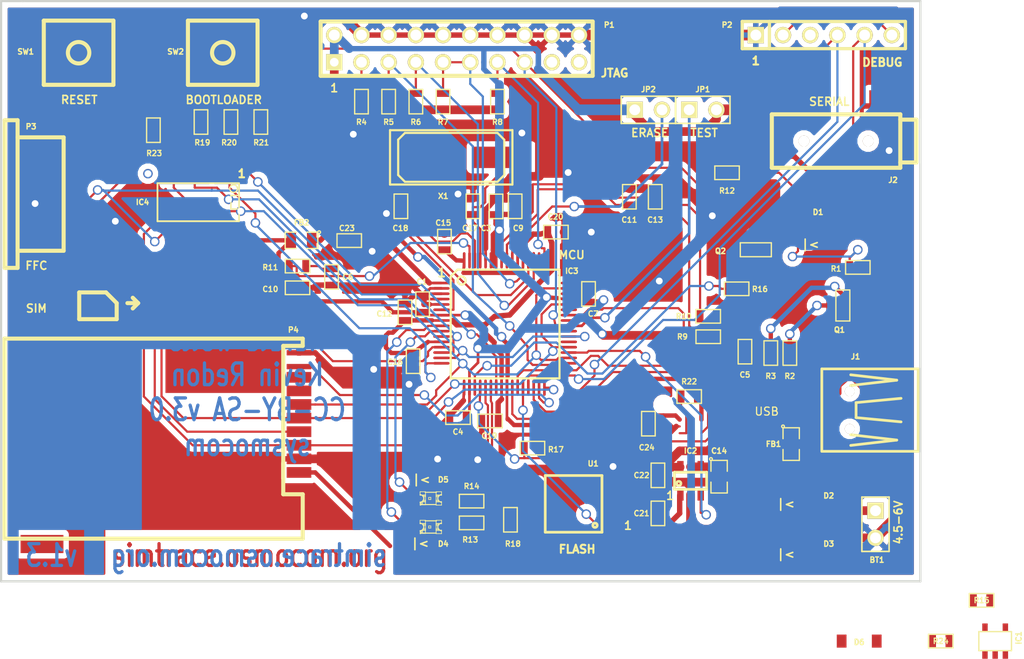
<source format=kicad_pcb>
(kicad_pcb (version 3) (host pcbnew "(2013-may-18)-stable")
  (title_block (title SIMtrace) (rev 1.2p) (company osmocom) (comment 1 CC-BY-SA))
  (layers (15 Front signal) (0 Back signal) (18 B.Paste user) (19 F.Paste user) (20 B.SilkS user) (21 F.SilkS user) (22 B.Mask user) (23 F.Mask user) (28 Edge.Cuts user))
  (net 0 "")
  (net 1 +1.8V)
  (net 2 //RESET)
  (net 3 /A-B-DETECT)
  (net 4 /BOOTLOADER)
  (net 5 /CLK_PHONE)
  (net 6 /CLK_SIM)
  (net 7 /CS)
  (net 8 /DDM)
  (net 9 /DDP)
  (net 10 /DRXD)
  (net 11 /DTXD)
  (net 12 /I/O_PHONE)
  (net 13 /I/O_SIM)
  (net 14 /I/O_SW)
  (net 15 /LED_G)
  (net 16 /LED_R)
  (net 17 /MISO)
  (net 18 /MOSI)
  (net 19 /RST_PHONE)
  (net 20 /RST_SIM)
  (net 21 /SCK)
  (net 22 /SC_SW)
  (net 23 /SIM_PWEN)
  (net 24 /SW_SIM)
  (net 25 /TCK)
  (net 26 /TDI)
  (net 27 /TDO)
  (net 28 /TEST)
  (net 29 /TMS)
  (net 30 /UDP_PUP)
  (net 31 /USBVCC)
  (net 32 /VCC_FWD)
  (net 33 /VCC_PHONE)
  (net 34 /VCC_SIM)
  (net 35 /VPP_PHONE)
  (net 36 /VPP_SIM)
  (net 37 /WP)
  (net 38 3V3)
  (net 39 GND)
  (net 40 N-0000014)
  (net 41 N-0000019)
  (net 42 N-0000020)
  (net 43 N-0000022)
  (net 44 N-0000027)
  (net 45 N-0000029)
  (net 46 N-0000032)
  (net 47 N-0000033)
  (net 48 N-0000036)
  (net 49 N-0000038)
  (net 50 N-0000043)
  (net 51 N-0000044)
  (net 52 N-0000047)
  (net 53 N-0000050)
  (net 54 N-0000052)
  (net 55 N-0000053)
  (net 56 N-0000061)
  (net 57 N-0000063)
  (net 58 N-0000064)
  (net 59 N-0000066)
  (net 60 N-0000067)
  (net 61 N-000009)
  (module SM0603 (layer Front) (at 86.32698 130.556)
    (fp_text reference R17 (at 2.19202 0.127) (layer F.SilkS) (effects (font (size 0.5 0.5) (thickness 0.1143))))
    (fp_text value 10K hide)
    (pad 1 smd rect (at -0.762 0) (size 0.635 1.143) (layers Front F.Paste F.Mask) (net 37 /WP))
    (pad 2 smd rect (at 0.762 0) (size 0.635 1.143) (layers Front F.Paste F.Mask) (net 39 GND))
  )
  (module SM0603 (layer Front) (at 105.3973 115.66398 180)
    (fp_text reference R16 (at -2.1717 -0.03302 180) (layer F.SilkS) (effects (font (size 0.5 0.5) (thickness 0.1143))))
    (fp_text value 10K hide)
    (pad 1 smd rect (at -0.762 0 180) (size 0.635 1.143) (layers Front F.Paste F.Mask) (net 40 N-0000014))
    (pad 2 smd rect (at 0.762 0 180) (size 0.635 1.143) (layers Front F.Paste F.Mask) (net 45 N-0000029))
  )
  (module SM0603 (layer Front) (at 80.645 135.509 180)
    (fp_text reference R14 (at 0 1.397 180) (layer F.SilkS) (effects (font (size 0.5 0.5) (thickness 0.1143))))
    (fp_text value 150R hide)
    (pad 1 smd rect (at -0.762 0 180) (size 0.635 1.143) (layers Front F.Paste F.Mask) (net 38 3V3))
    (pad 2 smd rect (at 0.762 0 180) (size 0.635 1.143) (layers Front F.Paste F.Mask) (net 54 N-0000052))
  )
  (module SM0603 (layer Front) (at 80.645 137.541 180)
    (fp_text reference R13 (at 0.127 -1.57226 180) (layer F.SilkS) (effects (font (size 0.5 0.5) (thickness 0.1143))))
    (fp_text value 150R hide)
    (pad 1 smd rect (at -0.762 0 180) (size 0.635 1.143) (layers Front F.Paste F.Mask) (net 38 3V3))
    (pad 2 smd rect (at 0.762 0 180) (size 0.635 1.143) (layers Front F.Paste F.Mask) (net 55 N-0000053))
  )
  (module SM0603 (layer Front) (at 104.50068 104.81818)
    (fp_text reference R12 (at -0.00068 1.68182) (layer F.SilkS) (effects (font (size 0.5 0.5) (thickness 0.1143))))
    (fp_text value 100K hide)
    (pad 1 smd rect (at -0.762 0) (size 0.635 1.143) (layers Front F.Paste F.Mask) (net 38 3V3))
    (pad 2 smd rect (at 0.762 0) (size 0.635 1.143) (layers Front F.Paste F.Mask) (net 2 //RESET))
  )
  (module SM0603 (layer Front) (at 64.389 113.538)
    (fp_text reference R11 (at -2.54 0.127) (layer F.SilkS) (effects (font (size 0.5 0.5) (thickness 0.1143))))
    (fp_text value 1K5 hide)
    (pad 1 smd rect (at -0.762 0) (size 0.635 1.143) (layers Front F.Paste F.Mask) (net 53 N-0000050))
    (pad 2 smd rect (at 0.762 0) (size 0.635 1.143) (layers Front F.Paste F.Mask) (net 50 N-0000043))
  )
  (module SM0603 (layer Front) (at 102.743 118.237)
    (fp_text reference R10 (at -2.286 0) (layer F.SilkS) (effects (font (size 0.5 0.5) (thickness 0.1143))))
    (fp_text value 27R hide)
    (pad 1 smd rect (at -0.762 0) (size 0.635 1.143) (layers Front F.Paste F.Mask) (net 9 /DDP))
    (pad 2 smd rect (at 0.762 0) (size 0.635 1.143) (layers Front F.Paste F.Mask) (net 42 N-0000020))
  )
  (module SM0603 (layer Front) (at 102.743 120.142)
    (fp_text reference R9 (at -2.413 0) (layer F.SilkS) (effects (font (size 0.5 0.5) (thickness 0.1143))))
    (fp_text value 27R hide)
    (pad 1 smd rect (at -0.762 0) (size 0.635 1.143) (layers Front F.Paste F.Mask) (net 8 /DDM))
    (pad 2 smd rect (at 0.762 0) (size 0.635 1.143) (layers Front F.Paste F.Mask) (net 57 N-0000063))
  )
  (module SM0603 (layer Front) (at 83.058 98.171 270)
    (fp_text reference R8 (at 1.905 0 360) (layer F.SilkS) (effects (font (size 0.5 0.5) (thickness 0.1143))))
    (fp_text value 100K hide)
    (pad 1 smd rect (at -0.762 0 270) (size 0.635 1.143) (layers Front F.Paste F.Mask) (net 27 /TDO))
    (pad 2 smd rect (at 0.762 0 270) (size 0.635 1.143) (layers Front F.Paste F.Mask) (net 38 3V3))
  )
  (module SM0603 (layer Front) (at 77.978 98.171 270)
    (fp_text reference R7 (at 1.905 0 360) (layer F.SilkS) (effects (font (size 0.5 0.5) (thickness 0.1143))))
    (fp_text value 100K hide)
    (pad 1 smd rect (at -0.762 0 270) (size 0.635 1.143) (layers Front F.Paste F.Mask) (net 25 /TCK))
    (pad 2 smd rect (at 0.762 0 270) (size 0.635 1.143) (layers Front F.Paste F.Mask) (net 38 3V3))
  )
  (module SM0603 (layer Front) (at 75.438 98.171 270)
    (fp_text reference R6 (at 1.905 0 360) (layer F.SilkS) (effects (font (size 0.5 0.5) (thickness 0.1143))))
    (fp_text value 100K hide)
    (pad 1 smd rect (at -0.762 0 270) (size 0.635 1.143) (layers Front F.Paste F.Mask) (net 29 /TMS))
    (pad 2 smd rect (at 0.762 0 270) (size 0.635 1.143) (layers Front F.Paste F.Mask) (net 38 3V3))
  )
  (module SM0603 (layer Front) (at 72.898 98.171 270)
    (fp_text reference R5 (at 1.905 0 360) (layer F.SilkS) (effects (font (size 0.5 0.5) (thickness 0.1143))))
    (fp_text value 100K hide)
    (pad 1 smd rect (at -0.762 0 270) (size 0.635 1.143) (layers Front F.Paste F.Mask) (net 26 /TDI))
    (pad 2 smd rect (at 0.762 0 270) (size 0.635 1.143) (layers Front F.Paste F.Mask) (net 38 3V3))
  )
  (module SM0603 (layer Front) (at 70.358 98.171 270)
    (fp_text reference R4 (at 1.905 0 360) (layer F.SilkS) (effects (font (size 0.5 0.5) (thickness 0.1143))))
    (fp_text value 100K hide)
    (pad 1 smd rect (at -0.762 0 270) (size 0.635 1.143) (layers Front F.Paste F.Mask) (net 51 N-0000044))
    (pad 2 smd rect (at 0.762 0 270) (size 0.635 1.143) (layers Front F.Paste F.Mask) (net 38 3V3))
  )
  (module SM0603 (layer Front) (at 108.585 121.666 90)
    (fp_text reference R3 (at -2.159 0 180) (layer F.SilkS) (effects (font (size 0.5 0.5) (thickness 0.1143))))
    (fp_text value 1K5 hide)
    (pad 1 smd rect (at -0.762 0 90) (size 0.635 1.143) (layers Front F.Paste F.Mask) (net 42 N-0000020))
    (pad 2 smd rect (at 0.762 0 90) (size 0.635 1.143) (layers Front F.Paste F.Mask) (net 43 N-0000022))
  )
  (module SM0603 (layer Front) (at 110.363 121.666 90)
    (fp_text reference R2 (at -2.159 0 180) (layer F.SilkS) (effects (font (size 0.5 0.5) (thickness 0.1143))))
    (fp_text value 10K hide)
    (pad 1 smd rect (at -0.762 0 90) (size 0.635 1.143) (layers Front F.Paste F.Mask) (net 3 /A-B-DETECT))
    (pad 2 smd rect (at 0.762 0 90) (size 0.635 1.143) (layers Front F.Paste F.Mask) (net 38 3V3))
  )
  (module SM0603 (layer Front) (at 116.713 113.665 180)
    (fp_text reference R1 (at 2.032 -0.127 180) (layer F.SilkS) (effects (font (size 0.5 0.5) (thickness 0.1143))))
    (fp_text value 100K hide)
    (pad 1 smd rect (at -0.762 0 180) (size 0.635 1.143) (layers Front F.Paste F.Mask) (net 38 3V3))
    (pad 2 smd rect (at 0.762 0 180) (size 0.635 1.143) (layers Front F.Paste F.Mask) (net 30 /UDP_PUP))
  )
  (module SM0603 (layer Front) (at 69.21754 111.15802 180)
    (fp_text reference C23 (at 0.21754 1.15802 180) (layer F.SilkS) (effects (font (size 0.5 0.5) (thickness 0.1143))))
    (fp_text value 100nF hide)
    (pad 1 smd rect (at -0.762 0 180) (size 0.635 1.143) (layers Front F.Paste F.Mask) (net 59 N-0000066))
    (pad 2 smd rect (at 0.762 0 180) (size 0.635 1.143) (layers Front F.Paste F.Mask) (net 39 GND))
  )
  (module SM0603 (layer Front) (at 98.044 133.096 270)
    (fp_text reference C22 (at 0 1.524 360) (layer F.SilkS) (effects (font (size 0.5 0.5) (thickness 0.1143))))
    (fp_text value 1uF hide)
    (pad 1 smd rect (at -0.762 0 270) (size 0.635 1.143) (layers Front F.Paste F.Mask) (net 38 3V3))
    (pad 2 smd rect (at 0.762 0 270) (size 0.635 1.143) (layers Front F.Paste F.Mask) (net 39 GND))
  )
  (module SM0603 (layer Front) (at 98.044 136.652 90)
    (fp_text reference C21 (at 0 -1.524 180) (layer F.SilkS) (effects (font (size 0.5 0.5) (thickness 0.1143))))
    (fp_text value 1uF hide)
    (pad 1 smd rect (at -0.762 0 90) (size 0.635 1.143) (layers Front F.Paste F.Mask) (net 41 N-0000019))
    (pad 2 smd rect (at 0.762 0 90) (size 0.635 1.143) (layers Front F.Paste F.Mask) (net 39 GND))
  )
  (module SM0603 (layer Front) (at 88.519 110.363)
    (fp_text reference C20 (at -0.0381 -1.4351) (layer F.SilkS) (effects (font (size 0.5 0.5) (thickness 0.1143))))
    (fp_text value 100nF hide)
    (pad 1 smd rect (at -0.762 0) (size 0.635 1.143) (layers Front F.Paste F.Mask) (net 1 +1.8V))
    (pad 2 smd rect (at 0.762 0) (size 0.635 1.143) (layers Front F.Paste F.Mask) (net 39 GND))
  )
  (module SM0603 (layer Front) (at 82.3595 128.016 180)
    (fp_text reference C19 (at 0.0635 -1.397 180) (layer F.SilkS) (effects (font (size 0.5 0.5) (thickness 0.1143))))
    (fp_text value 100nF hide)
    (pad 1 smd rect (at -0.762 0 180) (size 0.635 1.143) (layers Front F.Paste F.Mask) (net 1 +1.8V))
    (pad 2 smd rect (at 0.762 0 180) (size 0.635 1.143) (layers Front F.Paste F.Mask) (net 39 GND))
  )
  (module SM0603 (layer Front) (at 74.041 107.95 270)
    (fp_text reference C18 (at 2.05 0.041 360) (layer F.SilkS) (effects (font (size 0.5 0.5) (thickness 0.1143))))
    (fp_text value 10pF hide)
    (pad 1 smd rect (at -0.762 0 270) (size 0.635 1.143) (layers Front F.Paste F.Mask) (net 49 N-0000038))
    (pad 2 smd rect (at 0.762 0 270) (size 0.635 1.143) (layers Front F.Paste F.Mask) (net 39 GND))
  )
  (module SM0603 (layer Front) (at 80.772 107.95 90)
    (fp_text reference C17 (at -2.05 -0.272 180) (layer F.SilkS) (effects (font (size 0.5 0.5) (thickness 0.1143))))
    (fp_text value 10pF hide)
    (pad 1 smd rect (at -0.762 0 90) (size 0.635 1.143) (layers Front F.Paste F.Mask) (net 52 N-0000047))
    (pad 2 smd rect (at 0.762 0 90) (size 0.635 1.143) (layers Front F.Paste F.Mask) (net 39 GND))
  )
  (module SM0603 (layer Front) (at 75.184 122.428 270)
    (fp_text reference C16 (at 0.072 1.684 360) (layer F.SilkS) (effects (font (size 0.5 0.5) (thickness 0.1143))))
    (fp_text value 100nF hide)
    (pad 1 smd rect (at -0.762 0 270) (size 0.635 1.143) (layers Front F.Paste F.Mask) (net 1 +1.8V))
    (pad 2 smd rect (at 0.762 0 270) (size 0.635 1.143) (layers Front F.Paste F.Mask) (net 39 GND))
  )
  (module SM0603 (layer Front) (at 78.105 111.252 90)
    (fp_text reference C15 (at 1.752 -0.105 180) (layer F.SilkS) (effects (font (size 0.5 0.5) (thickness 0.1143))))
    (fp_text value 100nF hide)
    (pad 1 smd rect (at -0.762 0 90) (size 0.635 1.143) (layers Front F.Paste F.Mask) (net 1 +1.8V))
    (pad 2 smd rect (at 0.762 0 90) (size 0.635 1.143) (layers Front F.Paste F.Mask) (net 39 GND))
  )
  (module SM0603 (layer Front) (at 97.79 107.061 90)
    (fp_text reference C13 (at -2.159 0 180) (layer F.SilkS) (effects (font (size 0.5 0.5) (thickness 0.1143))))
    (fp_text value 15pF hide)
    (pad 1 smd rect (at -0.762 0 90) (size 0.635 1.143) (layers Front F.Paste F.Mask) (net 9 /DDP))
    (pad 2 smd rect (at 0.762 0 90) (size 0.635 1.143) (layers Front F.Paste F.Mask) (net 39 GND))
  )
  (module SM0603 (layer Front) (at 74.422 117.856 90)
    (fp_text reference C12 (at -0.144 -1.922 180) (layer F.SilkS) (effects (font (size 0.5 0.5) (thickness 0.1143))))
    (fp_text value 2.2uF hide)
    (pad 1 smd rect (at -0.762 0 90) (size 0.635 1.143) (layers Front F.Paste F.Mask) (net 1 +1.8V))
    (pad 2 smd rect (at 0.762 0 90) (size 0.635 1.143) (layers Front F.Paste F.Mask) (net 39 GND))
  )
  (module SM0603 (layer Front) (at 95.377 107.061 90)
    (fp_text reference C11 (at -2.159 0 180) (layer F.SilkS) (effects (font (size 0.5 0.5) (thickness 0.1143))))
    (fp_text value 15pF hide)
    (pad 1 smd rect (at -0.762 0 90) (size 0.635 1.143) (layers Front F.Paste F.Mask) (net 8 /DDM))
    (pad 2 smd rect (at 0.762 0 90) (size 0.635 1.143) (layers Front F.Paste F.Mask) (net 39 GND))
  )
  (module SM0603 (layer Front) (at 64.389 115.57 180)
    (fp_text reference C10 (at 2.54 -0.127 180) (layer F.SilkS) (effects (font (size 0.5 0.5) (thickness 0.1143))))
    (fp_text value 1nF hide)
    (pad 1 smd rect (at -0.762 0 180) (size 0.635 1.143) (layers Front F.Paste F.Mask) (net 39 GND))
    (pad 2 smd rect (at 0.762 0 180) (size 0.635 1.143) (layers Front F.Paste F.Mask) (net 53 N-0000050))
  )
  (module SM0603 (layer Front) (at 84.709 107.95 90)
    (fp_text reference C9 (at -2.05 0.291 180) (layer F.SilkS) (effects (font (size 0.5 0.5) (thickness 0.1143))))
    (fp_text value 100nF hide)
    (pad 1 smd rect (at -0.762 0 90) (size 0.635 1.143) (layers Front F.Paste F.Mask) (net 38 3V3))
    (pad 2 smd rect (at 0.762 0 90) (size 0.635 1.143) (layers Front F.Paste F.Mask) (net 39 GND))
  )
  (module SM0603 (layer Front) (at 91.567 116.1415 90)
    (fp_text reference C7 (at -1.8585 0.433 180) (layer F.SilkS) (effects (font (size 0.5 0.5) (thickness 0.1143))))
    (fp_text value 100nF hide)
    (pad 1 smd rect (at -0.762 0 90) (size 0.635 1.143) (layers Front F.Paste F.Mask) (net 38 3V3))
    (pad 2 smd rect (at 0.762 0 90) (size 0.635 1.143) (layers Front F.Paste F.Mask) (net 39 GND))
  )
  (module SM0603 (layer Front) (at 67.564 114.554 90)
    (fp_text reference C6 (at 0 1.524 180) (layer F.SilkS) (effects (font (size 0.5 0.5) (thickness 0.1143))))
    (fp_text value 10nF hide)
    (pad 1 smd rect (at -0.762 0 90) (size 0.635 1.143) (layers Front F.Paste F.Mask) (net 39 GND))
    (pad 2 smd rect (at 0.762 0 90) (size 0.635 1.143) (layers Front F.Paste F.Mask) (net 50 N-0000043))
  )
  (module SM0603 (layer Front) (at 106.172 121.539 90)
    (fp_text reference C5 (at -2.159 0 180) (layer F.SilkS) (effects (font (size 0.5 0.5) (thickness 0.1143))))
    (fp_text value 33pF hide)
    (pad 1 smd rect (at -0.762 0 90) (size 0.635 1.143) (layers Front F.Paste F.Mask) (net 57 N-0000063))
    (pad 2 smd rect (at 0.762 0 90) (size 0.635 1.143) (layers Front F.Paste F.Mask) (net 42 N-0000020))
  )
  (module SM0603 (layer Front) (at 79.375 127.6985 180)
    (fp_text reference C4 (at 0 -1.3335 180) (layer F.SilkS) (effects (font (size 0.5 0.5) (thickness 0.1143))))
    (fp_text value 100nF hide)
    (pad 1 smd rect (at -0.762 0 180) (size 0.635 1.143) (layers Front F.Paste F.Mask) (net 38 3V3))
    (pad 2 smd rect (at 0.762 0 180) (size 0.635 1.143) (layers Front F.Paste F.Mask) (net 39 GND))
  )
  (module SM0603 (layer Front) (at 82.92338 107.96016 90)
    (fp_text reference C3 (at -2.03984 -0.92338 180) (layer F.SilkS) (effects (font (size 0.5 0.5) (thickness 0.1143))))
    (fp_text value 100nF hide)
    (pad 1 smd rect (at -0.762 0 90) (size 0.635 1.143) (layers Front F.Paste F.Mask) (net 38 3V3))
    (pad 2 smd rect (at 0.762 0 90) (size 0.635 1.143) (layers Front F.Paste F.Mask) (net 39 GND))
  )
  (module SM0603 (layer Front) (at 76.073 117.094 90)
    (fp_text reference C1 (at 2.094 -0.073 180) (layer F.SilkS) (effects (font (size 0.5 0.5) (thickness 0.1143))))
    (fp_text value 2.2uF hide)
    (pad 1 smd rect (at -0.762 0 90) (size 0.635 1.143) (layers Front F.Paste F.Mask) (net 38 3V3))
    (pad 2 smd rect (at 0.762 0 90) (size 0.635 1.143) (layers Front F.Paste F.Mask) (net 39 GND))
  )
  (module SM0805 (layer Front) (at 64.7573 111.13262 180)
    (fp_text reference FB2 (at -0.0127 1.65862 180) (layer F.SilkS) (effects (font (size 0.5 0.5) (thickness 0.125))))
    (fp_text value FILTER hide)
    (pad 1 smd rect (at -0.9525 0 180) (size 0.889 1.397) (layers Front F.Paste F.Mask) (net 59 N-0000066))
    (pad 2 smd rect (at 0.9525 0 180) (size 0.889 1.397) (layers Front F.Paste F.Mask) (net 38 3V3))
  )
  (module SM0805 (layer Front) (at 110.49 130.175 270)
    (fp_text reference FB1 (at 0 1.651 360) (layer F.SilkS) (effects (font (size 0.5 0.5) (thickness 0.125))))
    (fp_text value FILTER hide)
    (pad 1 smd rect (at -0.9525 0 270) (size 0.889 1.397) (layers Front F.Paste F.Mask) (net 58 N-0000064))
    (pad 2 smd rect (at 0.9525 0 270) (size 0.889 1.397) (layers Front F.Paste F.Mask) (net 31 /USBVCC))
  )
  (module TQFP_64 (layer Front) (at 83.693 118.872 270)
    (fp_text reference IC3 (at -4.872 -6.307 360) (layer F.SilkS) (effects (font (size 0.5 0.5) (thickness 0.125))))
    (fp_text value MCU (at -6.372 -6.307 360) (layer F.SilkS) (effects (font (size 0.75 0.75) (thickness 0.1524))))
    (pad 1 smd rect (at -3.74904 5.86994 270) (size 0.24892 1.524) (layers Front F.Paste F.Mask) (net 59 N-0000066))
    (pad 2 smd oval (at -3.24866 5.86994 270) (size 0.24892 1.524) (layers Front F.Paste F.Mask) (net 39 GND))
    (pad 3 smd oval (at -2.74828 5.86994 270) (size 0.24892 1.524) (layers Front F.Paste F.Mask) (net 39 GND))
    (pad 4 smd oval (at -2.2479 5.86994 270) (size 0.24892 1.524) (layers Front F.Paste F.Mask) (net 39 GND))
    (pad 5 smd oval (at -1.74752 5.86994 270) (size 0.24892 1.524) (layers Front F.Paste F.Mask) (net 39 GND))
    (pad 6 smd oval (at -1.24968 5.86994 270) (size 0.24892 1.524) (layers Front F.Paste F.Mask) (net 60 N-0000067))
    (pad 7 smd oval (at -0.7493 5.86994 270) (size 0.24892 1.524) (layers Front F.Paste F.Mask) (net 38 3V3))
    (pad 8 smd oval (at -0.24892 5.86994 270) (size 0.24892 1.524) (layers Front F.Paste F.Mask) (net 1 +1.8V))
    (pad 9 smd oval (at 0.25146 5.86994 270) (size 0.24892 1.524) (layers Front F.Paste F.Mask) (net 16 /LED_R))
    (pad 10 smd oval (at 0.75184 5.86994 270) (size 0.24892 1.524) (layers Front F.Paste F.Mask) (net 15 /LED_G))
    (pad 11 smd oval (at 1.25222 5.86994 270) (size 0.24892 1.524) (layers Front F.Paste F.Mask) (net 12 /I/O_PHONE))
    (pad 12 smd oval (at 1.75006 5.86994 270) (size 0.24892 1.524) (layers Front F.Paste F.Mask) (net 1 +1.8V))
    (pad 13 smd oval (at 2.25044 5.86994 270) (size 0.24892 1.524) (layers Front F.Paste F.Mask) (net 14 /I/O_SW))
    (pad 14 smd oval (at 2.75082 5.86994 270) (size 0.24892 1.524) (layers Front F.Paste F.Mask) (net 12 /I/O_PHONE))
    (pad 15 smd oval (at 3.2512 5.86994 270) (size 0.24892 1.524) (layers Front F.Paste F.Mask) (net 5 /CLK_PHONE))
    (pad 16 smd oval (at 3.75158 5.86994 270) (size 0.24892 1.524) (layers Front F.Paste F.Mask) (net 22 /SC_SW))
    (pad 17 smd oval (at 6.0325 3.74904 270) (size 1.524 0.24892) (layers Front F.Paste F.Mask) (net 39 GND))
    (pad 18 smd oval (at 6.0325 3.24866 270) (size 1.524 0.24892) (layers Front F.Paste F.Mask) (net 38 3V3))
    (pad 19 smd oval (at 6.0325 2.74828 270) (size 1.524 0.24892) (layers Front F.Paste F.Mask) (net 45 N-0000029))
    (pad 20 smd oval (at 6.0325 2.2479 270) (size 1.524 0.24892) (layers Front F.Paste F.Mask) (net 37 /WP))
    (pad 21 smd oval (at 6.0325 1.74752 270) (size 1.524 0.24892) (layers Front F.Paste F.Mask) (net 21 /SCK))
    (pad 22 smd oval (at 6.0325 1.24968 270) (size 1.524 0.24892) (layers Front F.Paste F.Mask) (net 18 /MOSI))
    (pad 23 smd oval (at 6.0325 0.7493 270) (size 1.524 0.24892) (layers Front F.Paste F.Mask) (net 19 /RST_PHONE))
    (pad 24 smd oval (at 6.0325 0.24892 270) (size 1.524 0.24892) (layers Front F.Paste F.Mask) (net 1 +1.8V))
    (pad 25 smd oval (at 6.0325 -0.25146 270) (size 1.524 0.24892) (layers Front F.Paste F.Mask) (net 33 /VCC_PHONE))
    (pad 26 smd oval (at 6.0325 -0.75184 270) (size 1.524 0.24892) (layers Front F.Paste F.Mask) (net 32 /VCC_FWD))
    (pad 27 smd oval (at 6.0325 -1.25222 270) (size 1.524 0.24892) (layers Front F.Paste F.Mask) (net 17 /MISO))
    (pad 28 smd oval (at 6.0325 -1.75006 270) (size 1.524 0.24892) (layers Front F.Paste F.Mask) (net 7 /CS))
    (pad 29 smd oval (at 6.0325 -2.25044 270) (size 1.524 0.24892) (layers Front F.Paste F.Mask) (net 11 /DTXD))
    (pad 30 smd oval (at 6.0325 -2.75082 270) (size 1.524 0.24892) (layers Front F.Paste F.Mask) (net 10 /DRXD))
    (pad 31 smd oval (at 6.0325 -3.2512 270) (size 1.524 0.24892) (layers Front F.Paste F.Mask) (net 24 /SW_SIM))
    (pad 32 smd oval (at 6.0325 -3.75158 270) (size 1.524 0.24892) (layers Front F.Paste F.Mask) (net 20 /RST_SIM))
    (pad 33 smd oval (at 3.75158 -6.0325 270) (size 0.24892 1.524) (layers Front F.Paste F.Mask) (net 26 /TDI))
    (pad 34 smd oval (at 3.2512 -6.0325 270) (size 0.24892 1.524) (layers Front F.Paste F.Mask) (net 13 /I/O_SIM))
    (pad 35 smd oval (at 2.75082 -6.0325 270) (size 0.24892 1.524) (layers Front F.Paste F.Mask) (net 23 /SIM_PWEN))
    (pad 36 smd oval (at 2.25044 -6.0325 270) (size 0.24892 1.524) (layers Front F.Paste F.Mask) (net 6 /CLK_SIM))
    (pad 37 smd oval (at 1.75006 -6.0325 270) (size 0.24892 1.524) (layers Front F.Paste F.Mask))
    (pad 38 smd oval (at 1.25222 -6.0325 270) (size 0.24892 1.524) (layers Front F.Paste F.Mask) (net 5 /CLK_PHONE))
    (pad 39 smd oval (at 0.75184 -6.0325 270) (size 0.24892 1.524) (layers Front F.Paste F.Mask) (net 2 //RESET))
    (pad 40 smd oval (at 0.25146 -6.0325 270) (size 0.24892 1.524) (layers Front F.Paste F.Mask) (net 28 /TEST))
    (pad 41 smd oval (at -0.24892 -6.0325 270) (size 0.24892 1.524) (layers Front F.Paste F.Mask) (net 3 /A-B-DETECT))
    (pad 42 smd oval (at -0.7493 -6.0325 270) (size 0.24892 1.524) (layers Front F.Paste F.Mask))
    (pad 43 smd oval (at -1.24968 -6.0325 270) (size 0.24892 1.524) (layers Front F.Paste F.Mask))
    (pad 44 smd oval (at -1.74752 -6.0325 270) (size 0.24892 1.524) (layers Front F.Paste F.Mask) (net 6 /CLK_SIM))
    (pad 45 smd oval (at -2.2479 -6.0325 270) (size 0.24892 1.524) (layers Front F.Paste F.Mask) (net 38 3V3))
    (pad 46 smd oval (at -2.74828 -6.0325 270) (size 0.24892 1.524) (layers Front F.Paste F.Mask) (net 39 GND))
    (pad 47 smd oval (at -3.24866 -6.0325 270) (size 0.24892 1.524) (layers Front F.Paste F.Mask) (net 13 /I/O_SIM))
    (pad 48 smd oval (at -3.74904 -6.0325 270) (size 0.24892 1.524) (layers Front F.Paste F.Mask))
    (pad 49 smd oval (at -5.86994 -3.75158 270) (size 1.524 0.24892) (layers Front F.Paste F.Mask) (net 27 /TDO))
    (pad 50 smd oval (at -5.86994 -3.2512 270) (size 1.524 0.24892) (layers Front F.Paste F.Mask))
    (pad 52 smd oval (at -5.86994 -2.25044 270) (size 1.524 0.24892) (layers Front F.Paste F.Mask) (net 4 /BOOTLOADER))
    (pad 51 smd oval (at -5.88772 -2.75082 270) (size 1.524 0.24892) (layers Front F.Paste F.Mask) (net 29 /TMS))
    (pad 53 smd oval (at -5.86994 -1.75006 270) (size 1.524 0.24892) (layers Front F.Paste F.Mask) (net 25 /TCK))
    (pad 54 smd oval (at -5.86994 -1.25222 270) (size 1.524 0.24892) (layers Front F.Paste F.Mask) (net 1 +1.8V))
    (pad 55 smd oval (at -5.86994 -0.75184 270) (size 1.524 0.24892) (layers Front F.Paste F.Mask) (net 44 N-0000027))
    (pad 56 smd oval (at -5.86994 -0.25146 270) (size 1.524 0.24892) (layers Front F.Paste F.Mask) (net 8 /DDM))
    (pad 57 smd oval (at -5.86994 0.24892 270) (size 1.524 0.24892) (layers Front F.Paste F.Mask) (net 9 /DDP))
    (pad 58 smd oval (at -5.86994 0.7493 270) (size 1.524 0.24892) (layers Front F.Paste F.Mask) (net 38 3V3))
    (pad 59 smd oval (at -5.86994 1.24206 270) (size 1.524 0.24892) (layers Front F.Paste F.Mask) (net 38 3V3))
    (pad 60 smd oval (at -5.86994 1.74244 270) (size 1.524 0.24892) (layers Front F.Paste F.Mask) (net 39 GND))
    (pad 61 smd oval (at -5.86994 2.24282 270) (size 1.524 0.24892) (layers Front F.Paste F.Mask) (net 52 N-0000047))
    (pad 62 smd oval (at -5.86994 2.7432 270) (size 1.524 0.24892) (layers Front F.Paste F.Mask) (net 49 N-0000038))
    (pad 63 smd oval (at -5.86994 3.24104 270) (size 1.524 0.24892) (layers Front F.Paste F.Mask) (net 53 N-0000050))
    (pad 64 smd oval (at -5.86994 3.74142 270) (size 1.524 0.24892) (layers Front F.Paste F.Mask) (net 1 +1.8V))
  )
  (module PIN_ARRAY-6X1 (layer Front) (at 113.538 91.948)
    (fp_text reference P2 (at -9.038 -0.948) (layer F.SilkS) (effects (font (size 0.5 0.5) (thickness 0.125))))
    (fp_text value DEBUG (at 5.462 2.552) (layer F.SilkS) (effects (font (size 0.75 0.75) (thickness 0.1875))))
    (pad 1 thru_hole rect (at -6.35 0) (size 1.524 1.524) (drill 1.016) (layers *.Cu *.Mask F.SilkS) (net 39 GND))
    (pad 2 thru_hole circle (at -3.81 0) (size 1.524 1.524) (drill 1.016) (layers *.Cu *.Mask F.SilkS) (net 46 N-0000032))
    (pad 3 thru_hole circle (at -1.27 0) (size 1.524 1.524) (drill 1.016) (layers *.Cu *.Mask F.SilkS))
    (pad 4 thru_hole circle (at 1.27 0) (size 1.524 1.524) (drill 1.016) (layers *.Cu *.Mask F.SilkS) (net 10 /DRXD))
    (pad 5 thru_hole circle (at 3.81 0) (size 1.524 1.524) (drill 1.016) (layers *.Cu *.Mask F.SilkS) (net 11 /DTXD))
    (pad 6 thru_hole circle (at 6.35 0) (size 1.524 1.524) (drill 1.016) (layers *.Cu *.Mask F.SilkS) (net 46 N-0000032))
  )
  (module SOT23_BC847 (layer Front) (at 107.188 112.014)
    (fp_text reference Q2 (at -3.302 0.127) (layer F.SilkS) (effects (font (size 0.5 0.5) (thickness 0.125))))
    (fp_text value BC847 hide)
    (pad 1 smd rect (at -1.00076 1.09982) (size 0.8001 0.89916) (layers Front F.Paste F.Mask) (net 40 N-0000014))
    (pad 2 smd rect (at 1.00076 1.09982) (size 0.8001 0.89916) (layers Front F.Paste F.Mask) (net 39 GND))
    (pad 3 smd rect (at 0 -1.09982) (size 0.8001 0.89916) (layers Front F.Paste F.Mask) (net 30 /UDP_PUP))
  )
  (module SOT23_BC847 (layer Front) (at 115.316 117.221 90)
    (fp_text reference Q1 (at -2.279 -0.316 180) (layer F.SilkS) (effects (font (size 0.5 0.5) (thickness 0.125))))
    (fp_text value BC847 hide)
    (pad 1 smd rect (at -1.00076 1.09982 90) (size 0.8001 0.89916) (layers Front F.Paste F.Mask) (net 30 /UDP_PUP))
    (pad 2 smd rect (at 1.00076 1.09982 90) (size 0.8001 0.89916) (layers Front F.Paste F.Mask) (net 43 N-0000022))
    (pad 3 smd rect (at 0 -1.09982 90) (size 0.8001 0.89916) (layers Front F.Paste F.Mask) (net 38 3V3))
  )
  (module PUSH_BUTTON (layer Front) (at 43.942 93.599 180)
    (fp_text reference SW1 (at 4.942 0.099 180) (layer F.SilkS) (effects (font (size 0.5 0.5) (thickness 0.125))))
    (fp_text value RESET (at -0.058 -4.401 180) (layer F.SilkS) (effects (font (size 0.75 0.75) (thickness 0.14986))))
    (pad 2 smd rect (at -3.40106 1.99898 180) (size 3.2004 1.00076) (layers Front F.Paste F.Mask) (net 39 GND))
    (pad 1 smd rect (at -3.40106 -1.99898 180) (size 3.2004 1.00076) (layers Front F.Paste F.Mask) (net 2 //RESET))
    (pad 1' smd rect (at 3.40106 -1.99898 180) (size 3.2004 1.00076) (layers Front F.Paste F.Mask))
    (pad 2' smd rect (at 3.40106 1.99898 180) (size 3.2004 1.00076) (layers Front F.Paste F.Mask))
  )
  (module PUSH_BUTTON (layer Front) (at 57.404 93.599 180)
    (fp_text reference SW2 (at 4.404 0.099 180) (layer F.SilkS) (effects (font (size 0.5 0.5) (thickness 0.125))))
    (fp_text value BOOTLOADER (at -0.096 -4.401 180) (layer F.SilkS) (effects (font (size 0.75 0.75) (thickness 0.14986))))
    (pad 2 smd rect (at -3.40106 1.99898 180) (size 3.2004 1.00076) (layers Front F.Paste F.Mask) (net 39 GND))
    (pad 1 smd rect (at -3.40106 -1.99898 180) (size 3.2004 1.00076) (layers Front F.Paste F.Mask) (net 4 /BOOTLOADER))
    (pad 1' smd rect (at 3.40106 -1.99898 180) (size 3.2004 1.00076) (layers Front F.Paste F.Mask))
    (pad 2' smd rect (at 3.40106 1.99898 180) (size 3.2004 1.00076) (layers Front F.Paste F.Mask))
  )
  (module USB-MINI-B_UX60 (layer Front) (at 115.951 127 90)
    (fp_text reference J1 (at 5 0.549 180) (layer F.SilkS) (effects (font (size 0.5 0.5) (thickness 0.125))))
    (fp_text value USB (at -0.127 -7.747 180) (layer F.SilkS) (effects (font (size 0.75 0.75) (thickness 0.1143))))
    (pad "" thru_hole circle (at -1.75006 0 90) (size 0.89916 0.89916) (drill 0.89916) (layers *.Cu *.Mask F.SilkS))
    (pad "" thru_hole circle (at 1.75006 0 90) (size 0.89916 0.89916) (drill 0.89916) (layers *.Cu *.Mask F.SilkS))
    (pad 2 smd rect (at -0.8001 -2.25044 90) (size 0.50038 1.99898) (layers Front F.Paste F.Mask) (net 57 N-0000063))
    (pad 3 smd rect (at 0 -2.25044 90) (size 0.50038 1.99898) (layers Front F.Paste F.Mask) (net 42 N-0000020))
    (pad 4 smd rect (at 0.8001 -2.25044 90) (size 0.50038 1.99898) (layers Front F.Paste F.Mask) (net 3 /A-B-DETECT))
    (pad 5 smd rect (at 1.6002 -2.25044 90) (size 0.50038 1.99898) (layers Front F.Paste F.Mask) (net 39 GND))
    (pad 1 smd rect (at -1.6002 -2.25044 90) (size 0.50038 1.99898) (layers Front F.Paste F.Mask) (net 58 N-0000064))
    (pad "" smd rect (at -4.20116 -1.99898 90) (size 2.49936 2.19964) (layers Front F.Paste F.Mask))
    (pad "" smd rect (at 4.20116 -1.99898 90) (size 2.49936 2.19964) (layers Front F.Paste F.Mask))
    (pad "" smd rect (at -4.20116 3.29946 90) (size 2.49936 2.19964) (layers Front F.Paste F.Mask))
    (pad "" smd rect (at 4.20116 3.29946 90) (size 2.49936 2.19964) (layers Front F.Paste F.Mask))
  )
  (module SIM_AMPHENOL (layer Front) (at 63.373 129.667 180)
    (fp_text reference P4 (at -0.627 10.167 180) (layer F.SilkS) (effects (font (size 0.5 0.5) (thickness 0.125))))
    (fp_text value SIM (at 23.373 12.167 180) (layer F.SilkS) (effects (font (size 0.75 0.75) (thickness 0.14986))))
    (pad C1 smd rect (at -1.15062 -3.15976 180) (size 2.30124 1.00076) (layers Front F.Paste F.Mask) (net 34 /VCC_SIM))
    (pad C5 smd rect (at -1.15062 -1.88976 180) (size 2.30124 1.00076) (layers Front F.Paste F.Mask) (net 39 GND))
    (pad C6 smd rect (at -1.15062 0.65024 180) (size 2.30124 1.00076) (layers Front F.Paste F.Mask) (net 36 /VPP_SIM))
    (pad C2 smd rect (at -1.15062 -0.61976 180) (size 2.30124 1.00076) (layers Front F.Paste F.Mask) (net 20 /RST_SIM))
    (pad C3 smd rect (at -1.15062 1.92024 180) (size 2.30124 1.00076) (layers Front F.Paste F.Mask) (net 6 /CLK_SIM))
    (pad C7 smd rect (at -1.15062 3.19024 180) (size 2.30124 1.00076) (layers Front F.Paste F.Mask) (net 13 /I/O_SIM))
    (pad C4 smd rect (at -1.15062 4.46024 180) (size 2.30124 1.00076) (layers Front F.Paste F.Mask))
    (pad C8 smd rect (at -1.15062 5.73024 180) (size 2.30124 1.00076) (layers Front F.Paste F.Mask) (clearance 0.20066))
    (pad SW1 smd rect (at -1.15062 6.731 180) (size 2.30124 0.50038) (layers Front F.Paste F.Mask) (net 24 /SW_SIM) (clearance 0.20066))
    (pad SW2 smd rect (at -1.15062 8.02894 180) (size 2.30124 0.50038) (layers Front F.Paste F.Mask) (net 39 GND))
    (pad "" smd rect (at 23.35022 0 180) (size 2.99974 1.19888) (layers Front))
    (pad "" smd rect (at 23.35022 5.08 180) (size 2.99974 1.19888) (layers Front))
    (pad "" smd rect (at 23.35022 2.54 180) (size 2.99974 1.19888) (layers Front))
    (pad "" smd rect (at 23.35022 -2.54 180) (size 2.99974 1.19888) (layers Front))
    (pad "" smd rect (at 15.73022 -2.54 180) (size 2.99974 1.19888) (layers Front))
    (pad "" smd rect (at 15.73022 0 180) (size 2.99974 1.19888) (layers Front))
    (pad "" smd rect (at 15.73022 2.54 180) (size 2.99974 1.19888) (layers Front))
    (pad "" smd rect (at 15.73022 5.08 180) (size 2.99974 1.19888) (layers Front))
    (pad "" smd rect (at 5.81914 6.46938 180) (size 11.00074 4.39928) (layers Front))
    (pad "" smd rect (at 22.84984 9.85012 180) (size 4.0005 1.69926) (layers Front F.Paste F.Mask))
    (pad "" smd rect (at 22.84984 -9.85012 180) (size 4.0005 1.69926) (layers Front F.Paste F.Mask))
  )
  (module SSOP20_BDQ (layer Front) (at 55.118 107.569 180)
    (fp_text reference IC4 (at 5.207 0 180) (layer F.SilkS) (effects (font (size 0.5 0.5) (thickness 0.125))))
    (fp_text value CB3Q3244 hide)
    (pad 1 smd rect (at -2.921 2.667 180) (size 0.4064 1.89992) (layers Front F.Paste F.Mask) (net 22 /SC_SW))
    (pad 2 smd rect (at -2.286 2.667 180) (size 0.4064 1.89992) (layers Front F.Paste F.Mask))
    (pad 3 smd rect (at -1.6256 2.667 180) (size 0.4064 1.89992) (layers Front F.Paste F.Mask))
    (pad 4 smd rect (at -0.9652 2.667 180) (size 0.4064 1.89992) (layers Front F.Paste F.Mask) (net 19 /RST_PHONE))
    (pad 5 smd rect (at -0.3302 2.667 180) (size 0.4064 1.89992) (layers Front F.Paste F.Mask))
    (pad 6 smd rect (at 0.3302 2.667 180) (size 0.4064 1.89992) (layers Front F.Paste F.Mask) (net 5 /CLK_PHONE))
    (pad 7 smd rect (at 0.9906 2.667 180) (size 0.4064 1.89992) (layers Front F.Paste F.Mask))
    (pad 8 smd rect (at 1.6256 2.667 180) (size 0.4064 1.89992) (layers Front F.Paste F.Mask) (net 35 /VPP_PHONE))
    (pad 9 smd rect (at 2.286 2.667 180) (size 0.4064 1.89992) (layers Front F.Paste F.Mask) (net 13 /I/O_SIM))
    (pad 10 smd rect (at 2.921 2.667 180) (size 0.4064 1.89992) (layers Front F.Paste F.Mask) (net 39 GND))
    (pad 11 smd rect (at 2.921 -2.667 180) (size 0.4064 1.89992) (layers Front F.Paste F.Mask) (net 12 /I/O_PHONE))
    (pad 12 smd rect (at 2.286 -2.667 180) (size 0.4064 1.89992) (layers Front F.Paste F.Mask) (net 36 /VPP_SIM))
    (pad 13 smd rect (at 1.6256 -2.667 180) (size 0.4064 1.89992) (layers Front F.Paste F.Mask))
    (pad 14 smd rect (at 0.9906 -2.667 180) (size 0.4064 1.89992) (layers Front F.Paste F.Mask) (net 6 /CLK_SIM))
    (pad 15 smd rect (at 0.3302 -2.667 180) (size 0.4064 1.89992) (layers Front F.Paste F.Mask))
    (pad 16 smd rect (at -0.3302 -2.667 180) (size 0.4064 1.89992) (layers Front F.Paste F.Mask) (net 20 /RST_SIM))
    (pad 17 smd rect (at -0.9652 -2.667 180) (size 0.4064 1.89992) (layers Front F.Paste F.Mask))
    (pad 18 smd rect (at -1.6256 -2.667 180) (size 0.4064 1.89992) (layers Front F.Paste F.Mask))
    (pad 19 smd rect (at -2.286 -2.667 180) (size 0.4064 1.89992) (layers Front F.Paste F.Mask) (net 14 /I/O_SW))
    (pad 20 smd rect (at -2.921 -2.667 180) (size 0.4064 1.89992) (layers Front F.Paste F.Mask) (net 38 3V3))
  )
  (module SM0603 (layer Front) (at 100.965 125.73 180)
    (fp_text reference R22 (at 0 1.397 180) (layer F.SilkS) (effects (font (size 0.5 0.5) (thickness 0.1143))))
    (fp_text value 100K hide)
    (pad 1 smd rect (at -0.762 0 180) (size 0.635 1.143) (layers Front F.Paste F.Mask) (net 33 /VCC_PHONE))
    (pad 2 smd rect (at 0.762 0 180) (size 0.635 1.143) (layers Front F.Paste F.Mask) (net 47 N-0000033))
  )
  (module SM0603 (layer Front) (at 60.96 100.076 270)
    (fp_text reference R21 (at 1.924 -0.04 360) (layer F.SilkS) (effects (font (size 0.5 0.5) (thickness 0.1143))))
    (fp_text value 10k1% hide)
    (pad 1 smd rect (at -0.762 0 270) (size 0.635 1.143) (layers Front F.Paste F.Mask) (net 39 GND))
    (pad 2 smd rect (at 0.762 0 270) (size 0.635 1.143) (layers Front F.Paste F.Mask) (net 60 N-0000067))
  )
  (module SM0603 (layer Front) (at 58.166 100.076 90)
    (fp_text reference R20 (at -1.924 -0.166 180) (layer F.SilkS) (effects (font (size 0.5 0.5) (thickness 0.1143))))
    (fp_text value 10k1% hide)
    (pad 1 smd rect (at -0.762 0 90) (size 0.635 1.143) (layers Front F.Paste F.Mask) (net 33 /VCC_PHONE))
    (pad 2 smd rect (at 0.762 0 90) (size 0.635 1.143) (layers Front F.Paste F.Mask) (net 60 N-0000067))
  )
  (module SM0603 (layer Front) (at 55.372 100.076 270)
    (fp_text reference R19 (at 1.924 -0.128 360) (layer F.SilkS) (effects (font (size 0.5 0.5) (thickness 0.1143))))
    (fp_text value 100K hide)
    (pad 1 smd rect (at -0.762 0 270) (size 0.635 1.143) (layers Front F.Paste F.Mask) (net 39 GND))
    (pad 2 smd rect (at 0.762 0 270) (size 0.635 1.143) (layers Front F.Paste F.Mask) (net 33 /VCC_PHONE))
  )
  (module SM0603 (layer Front) (at 97.155 128.27 270)
    (fp_text reference C24 (at 2.23 0.155 360) (layer F.SilkS) (effects (font (size 0.5 0.5) (thickness 0.1143))))
    (fp_text value 100nF hide)
    (pad 1 smd rect (at -0.762 0 270) (size 0.635 1.143) (layers Front F.Paste F.Mask) (net 34 /VCC_SIM))
    (pad 2 smd rect (at 0.762 0 270) (size 0.635 1.143) (layers Front F.Paste F.Mask) (net 39 GND))
  )
  (module SOT26 (layer Front) (at 101.092 133.604)
    (fp_text reference IC2 (at 0 -2.794) (layer F.SilkS) (effects (font (size 0.5 0.5) (thickness 0.125))))
    (fp_text value AP7332 hide)
    (pad 1 smd rect (at -0.94996 1.30048) (size 0.59944 1.09982) (layers Front F.Paste F.Mask) (net 41 N-0000019))
    (pad 2 smd rect (at 0 1.30048) (size 0.59944 1.09982) (layers Front F.Paste F.Mask) (net 39 GND))
    (pad 3 smd rect (at 0.94996 1.30048) (size 0.59944 1.09982) (layers Front F.Paste F.Mask) (net 23 /SIM_PWEN))
    (pad 6 smd rect (at -0.94996 -1.30048) (size 0.59944 1.09982) (layers Front F.Paste F.Mask) (net 38 3V3))
    (pad 5 smd rect (at 0 -1.30048) (size 0.59944 1.09982) (layers Front F.Paste F.Mask) (net 56 N-0000061))
    (pad 4 smd rect (at 0.94996 -1.30048) (size 0.59944 1.09982) (layers Front F.Paste F.Mask) (net 56 N-0000061))
  )
  (module PIN_ARRAY_2X1 (layer Front) (at 118.364 137.668 270)
    (fp_text reference BT1 (at 3.332 -0.136 360) (layer F.SilkS) (effects (font (size 0.5 0.5) (thickness 0.125))))
    (fp_text value 4.5-6V (at -0.16764 -2.13614 270) (layer F.SilkS) (effects (font (size 0.75 0.75) (thickness 0.1524))))
    (pad 1 thru_hole rect (at -1.27 0 270) (size 1.524 1.524) (drill 1.016) (layers *.Cu *.Mask F.SilkS) (net 48 N-0000036))
    (pad 2 thru_hole circle (at 1.27 0 270) (size 1.524 1.524) (drill 1.016) (layers *.Cu *.Mask F.SilkS) (net 39 GND))
  )
  (module SOC008_WIDE (layer Front) (at 90.17 135.763 270)
    (fp_text reference U1 (at -3.76174 -1.8288 360) (layer F.SilkS) (effects (font (size 0.5 0.5) (thickness 0.125))))
    (fp_text value FLASH (at 4.237 -0.33 360) (layer F.SilkS) (effects (font (size 0.75 0.75) (thickness 0.1875))))
    (pad 4 smd rect (at -1.905 -3.6957 270) (size 0.50038 0.96266) (layers Front F.Paste F.Mask) (net 39 GND))
    (pad 1 smd rect (at 1.905 -3.6957 270) (size 0.50038 0.96266) (layers Front F.Paste F.Mask) (net 7 /CS))
    (pad 2 smd rect (at 0.635 -3.6957 270) (size 0.50038 0.96266) (layers Front F.Paste F.Mask) (net 17 /MISO))
    (pad 3 smd rect (at -0.635 -3.6957 270) (size 0.50038 0.96266) (layers Front F.Paste F.Mask) (net 37 /WP))
    (pad 8 smd rect (at 1.905 3.6957 270) (size 0.50038 0.96266) (layers Front F.Paste F.Mask) (net 38 3V3))
    (pad 7 smd rect (at 0.635 3.6957 270) (size 0.50038 0.96266) (layers Front F.Paste F.Mask) (net 61 N-000009))
    (pad 6 smd rect (at -0.635 3.69316 270) (size 0.50038 0.96266) (layers Front F.Paste F.Mask) (net 21 /SCK))
    (pad 5 smd rect (at -1.905 3.6957 270) (size 0.50038 0.96266) (layers Front F.Paste F.Mask) (net 18 /MOSI))
  )
  (module LED-0805 (layer Front) (at 76.835 135.255 180)
    (fp_text reference D5 (at -1.165 1.755 180) (layer F.SilkS) (effects (font (size 0.5 0.5) (thickness 0.125))))
    (fp_text value GREEN hide)
    (pad 1 smd rect (at -1.04902 0 180) (size 1.19888 1.19888) (layers Front F.Paste F.Mask) (net 54 N-0000052))
    (pad 2 smd rect (at 1.04902 0 180) (size 1.19888 1.19888) (layers Front F.Paste F.Mask) (net 15 /LED_G))
  )
  (module LED-0805 (layer Front) (at 76.835 137.922 180)
    (fp_text reference D4 (at -1.165 -1.578 180) (layer F.SilkS) (effects (font (size 0.5 0.5) (thickness 0.125))))
    (fp_text value RED hide)
    (pad 1 smd rect (at -1.04902 0 180) (size 1.19888 1.19888) (layers Front F.Paste F.Mask) (net 55 N-0000053))
    (pad 2 smd rect (at 1.04902 0 180) (size 1.19888 1.19888) (layers Front F.Paste F.Mask) (net 16 /LED_R))
  )
  (module PIN_ARRAY_10X2 (layer Front) (at 81.788 93.218)
    (fp_text reference P1 (at 11.712 -2.218) (layer F.SilkS) (effects (font (size 0.5 0.5) (thickness 0.125))))
    (fp_text value JTAG (at 12.212 2.282) (layer F.SilkS) (effects (font (size 0.75 0.75) (thickness 0.1875))))
    (pad 1 thru_hole rect (at -13.97 1.27) (size 1.524 1.524) (drill 0.8128) (layers *.Cu *.Mask F.SilkS) (net 38 3V3))
    (pad 2 thru_hole circle (at -13.97 -1.27) (size 1.524 1.524) (drill 1.016) (layers *.Cu *.Mask F.SilkS) (net 38 3V3))
    (pad 3 thru_hole circle (at -11.43 1.27) (size 1.524 1.524) (drill 1.016) (layers *.Cu *.Mask F.SilkS) (net 51 N-0000044))
    (pad 4 thru_hole circle (at -11.43 -1.27) (size 1.524 1.524) (drill 1.016) (layers *.Cu *.Mask F.SilkS) (net 39 GND))
    (pad 5 thru_hole circle (at -8.89 1.27) (size 1.524 1.524) (drill 1.016) (layers *.Cu *.Mask F.SilkS) (net 26 /TDI))
    (pad 6 thru_hole circle (at -8.89 -1.27) (size 1.524 1.524) (drill 1.016) (layers *.Cu *.Mask F.SilkS) (net 39 GND))
    (pad 7 thru_hole circle (at -6.35 1.27) (size 1.524 1.524) (drill 1.016) (layers *.Cu *.Mask F.SilkS) (net 29 /TMS))
    (pad 8 thru_hole circle (at -6.35 -1.27) (size 1.524 1.524) (drill 1.016) (layers *.Cu *.Mask F.SilkS) (net 39 GND))
    (pad 9 thru_hole circle (at -3.81 1.27) (size 1.524 1.524) (drill 1.016) (layers *.Cu *.Mask F.SilkS) (net 25 /TCK))
    (pad 10 thru_hole circle (at -3.81 -1.27) (size 1.524 1.524) (drill 1.016) (layers *.Cu *.Mask F.SilkS) (net 39 GND))
    (pad 11 thru_hole circle (at -1.27 1.27) (size 1.524 1.524) (drill 1.016) (layers *.Cu *.Mask F.SilkS) (net 25 /TCK))
    (pad 12 thru_hole circle (at -1.27 -1.27) (size 1.524 1.524) (drill 1.016) (layers *.Cu *.Mask F.SilkS) (net 39 GND))
    (pad 13 thru_hole circle (at 1.27 1.27) (size 1.524 1.524) (drill 1.016) (layers *.Cu *.Mask F.SilkS) (net 27 /TDO))
    (pad 14 thru_hole circle (at 1.27 -1.27) (size 1.524 1.524) (drill 1.016) (layers *.Cu *.Mask F.SilkS) (net 39 GND))
    (pad 15 thru_hole circle (at 3.81 1.27) (size 1.524 1.524) (drill 1.016) (layers *.Cu *.Mask F.SilkS) (net 2 //RESET))
    (pad 16 thru_hole circle (at 3.81 -1.27) (size 1.524 1.524) (drill 1.016) (layers *.Cu *.Mask F.SilkS) (net 39 GND))
    (pad 17 thru_hole circle (at 6.35 1.27) (size 1.524 1.524) (drill 1.016) (layers *.Cu *.Mask F.SilkS))
    (pad 18 thru_hole circle (at 6.35 -1.27) (size 1.524 1.524) (drill 1.016) (layers *.Cu *.Mask F.SilkS) (net 39 GND))
    (pad 19 thru_hole circle (at 8.89 1.27) (size 1.524 1.524) (drill 1.016) (layers *.Cu *.Mask F.SilkS))
    (pad 20 thru_hole circle (at 8.89 -1.27) (size 1.524 1.524) (drill 1.016) (layers *.Cu *.Mask F.SilkS) (net 39 GND))
  )
  (module PIN_ARRAY_2X1 (layer Front) (at 97.155 98.933)
    (fp_text reference JP2 (at 0 -1.905) (layer F.SilkS) (effects (font (size 0.5 0.5) (thickness 0.125))))
    (fp_text value ERASE (at 0.127 2.159) (layer F.SilkS) (effects (font (size 0.75 0.75) (thickness 0.1524))))
    (pad 1 thru_hole rect (at -1.27 0) (size 1.524 1.524) (drill 1.016) (layers *.Cu *.Mask F.SilkS) (net 38 3V3))
    (pad 2 thru_hole circle (at 1.27 0) (size 1.524 1.524) (drill 1.016) (layers *.Cu *.Mask F.SilkS) (net 44 N-0000027))
  )
  (module PIN_ARRAY_2X1 (layer Front) (at 102.235 98.933)
    (fp_text reference JP1 (at 0 -1.905) (layer F.SilkS) (effects (font (size 0.5 0.5) (thickness 0.125))))
    (fp_text value TEST (at 0.127 2.159) (layer F.SilkS) (effects (font (size 0.75 0.75) (thickness 0.1524))))
    (pad 1 thru_hole rect (at -1.27 0) (size 1.524 1.524) (drill 1.016) (layers *.Cu *.Mask F.SilkS) (net 28 /TEST))
    (pad 2 thru_hole circle (at 1.27 0) (size 1.524 1.524) (drill 1.016) (layers *.Cu *.Mask F.SilkS) (net 38 3V3))
  )
  (module JACK_2.5 (layer Front) (at 114.681 101.854 180)
    (fp_text reference J2 (at -5.319 -3.646 180) (layer F.SilkS) (effects (font (size 0.5 0.5) (thickness 0.125))))
    (fp_text value SERIAL (at 0.635 3.683 180) (layer F.SilkS) (effects (font (size 0.75 0.75) (thickness 0.14986))))
    (pad 1 smd rect (at -4.30022 3.27406 180) (size 2.4003 2.94894) (layers Front F.Paste F.Mask) (net 39 GND))
    (pad 3 smd rect (at -1.6002 -2.99974 180) (size 2.4003 2.94894) (layers Front F.Paste F.Mask) (net 11 /DTXD))
    (pad 2 smd rect (at 5.40004 3.42392 180) (size 2.4003 2.64922) (layers Front F.Paste F.Mask) (net 10 /DRXD))
    (pad "" thru_hole circle (at -2.99974 0 180) (size 1.00076 1.00076) (drill 1.00076) (layers *.Cu *.Mask F.SilkS))
    (pad "" thru_hole circle (at 2.99974 0 180) (size 1.00076 1.00076) (drill 1.00076) (layers *.Cu *.Mask F.SilkS))
  )
  (module Q_49U3HMS (layer Front) (at 78.74 103.378 180)
    (fp_text reference X1 (at 0.74 -3.622 180) (layer F.SilkS) (effects (font (size 0.5 0.5) (thickness 0.125))))
    (fp_text value 18.432MHz hide)
    (pad 1 smd rect (at -4.699 0 180) (size 5.4991 1.99898) (layers Front F.Paste F.Mask) (net 52 N-0000047))
    (pad 2 smd rect (at 4.699 0 180) (size 5.4991 1.99898) (layers Front F.Paste F.Mask) (net 49 N-0000038))
  )
  (module SM0603 (layer Front) (at 84.27212 137.25144 270)
    (fp_text reference R18 (at 2.24856 -0.22788 360) (layer F.SilkS) (effects (font (size 0.5 0.5) (thickness 0.1143))))
    (fp_text value 10K hide)
    (pad 1 smd rect (at -0.762 0 270) (size 0.635 1.143) (layers Front F.Paste F.Mask) (net 61 N-000009))
    (pad 2 smd rect (at 0.762 0 270) (size 0.635 1.143) (layers Front F.Paste F.Mask) (net 38 3V3))
  )
  (module FFC_REBELSIM (layer Front) (at 42.545 106.807 270)
    (fp_text reference P3 (at -6.307 3.045 360) (layer F.SilkS) (effects (font (size 0.5 0.5) (thickness 0.125))))
    (fp_text value FFC (at 6.693 2.545 360) (layer F.SilkS) (effects (font (size 0.75 0.75) (thickness 0.14986))))
    (pad 1 smd rect (at -2.49936 -0.50038 270) (size 0.59944 1.99898) (layers Front F.Paste F.Mask) (net 33 /VCC_PHONE))
    (pad 2 smd rect (at -1.50114 -0.50038 270) (size 0.59944 1.99898) (layers Front F.Paste F.Mask) (net 19 /RST_PHONE))
    (pad 3 smd rect (at -0.50038 -0.50038 270) (size 0.59944 1.99898) (layers Front F.Paste F.Mask) (net 5 /CLK_PHONE))
    (pad 4 smd rect (at 0.50038 -0.50038 270) (size 0.59944 1.99898) (layers Front F.Paste F.Mask) (net 12 /I/O_PHONE))
    (pad 5 smd rect (at 1.50114 -0.50038 270) (size 0.59944 1.99898) (layers Front F.Paste F.Mask) (net 35 /VPP_PHONE))
    (pad 6 smd rect (at 2.49936 -0.50038 270) (size 0.59944 1.99898) (layers Front F.Paste F.Mask) (net 39 GND))
    (pad "" smd rect (at -3.50012 1.6002 270) (size 0.70104 4.20116) (layers Front F.Paste F.Mask))
    (pad "" smd rect (at 3.50012 1.6002 270) (size 0.70104 4.20116) (layers Front F.Paste F.Mask))
  )
  (module SM0805 (layer Front) (at 103.759 133.223 270)
    (fp_text reference C14 (at -2.413 0 360) (layer F.SilkS) (effects (font (size 0.5 0.5) (thickness 0.125))))
    (fp_text value 4.7uF hide)
    (pad 1 smd rect (at -0.9525 0 270) (size 0.889 1.397) (layers Front F.Paste F.Mask) (net 56 N-0000061))
    (pad 2 smd rect (at 0.9525 0 270) (size 0.889 1.397) (layers Front F.Paste F.Mask) (net 39 GND))
  )
  (module SM0603 (layer Front) (at 50.927 100.838 270)
    (fp_text reference R23 (at 2.162 -0.073 360) (layer F.SilkS) (effects (font (size 0.5 0.5) (thickness 0.1143))))
    (fp_text value 100K hide)
    (pad 1 smd rect (at -0.762 0 270) (size 0.635 1.143) (layers Front F.Paste F.Mask) (net 39 GND))
    (pad 2 smd rect (at 0.762 0 270) (size 0.635 1.143) (layers Front F.Paste F.Mask) (net 19 /RST_PHONE))
  )
  (module SOD123 (layer Front) (at 116.84 148.59)
    (fp_text reference D6 (at 0 0.09906) (layer F.SilkS) (effects (font (size 0.5 0.5) (thickness 0.125))))
    (fp_text value MBR0530 hide)
    (pad 2 smd rect (at 1.6383 0) (size 0.90932 1.2192) (layers Front F.Paste F.Mask) (net 34 /VCC_SIM))
    (pad 1 smd rect (at -1.6383 0) (size 0.90932 1.2192) (layers Front F.Paste F.Mask) (net 41 N-0000019))
  )
  (module SM0603 (layer Front) (at 124.46 148.59)
    (fp_text reference R24 (at 0 0) (layer F.SilkS) (effects (font (size 0.5 0.5) (thickness 0.1143))))
    (fp_text value 100k hide)
    (pad 1 smd rect (at -0.762 0) (size 0.635 1.143) (layers Front F.Paste F.Mask) (net 41 N-0000019))
    (pad 2 smd rect (at 0.762 0) (size 0.635 1.143) (layers Front F.Paste F.Mask) (net 39 GND))
  )
  (module SM0603 (layer Front) (at 128.27 144.78)
    (fp_text reference R15 (at 0 0) (layer F.SilkS) (effects (font (size 0.5 0.5) (thickness 0.1143))))
    (fp_text value 100k hide)
    (pad 1 smd rect (at -0.762 0) (size 0.635 1.143) (layers Front F.Paste F.Mask) (net 34 /VCC_SIM))
    (pad 2 smd rect (at 0.762 0) (size 0.635 1.143) (layers Front F.Paste F.Mask) (net 39 GND))
  )
  (module SOD123 (layer Front) (at 111.125 108.712 90)
    (fp_text reference D1 (at 0.212 1.875 180) (layer F.SilkS) (effects (font (size 0.5 0.5) (thickness 0.125))))
    (fp_text value MBR0530 hide)
    (pad 2 smd rect (at 1.6383 0 90) (size 0.90932 1.2192) (layers Front F.Paste F.Mask) (net 2 //RESET))
    (pad 1 smd rect (at -1.6383 0 90) (size 0.90932 1.2192) (layers Front F.Paste F.Mask) (net 30 /UDP_PUP))
  )
  (module SOD123 (layer Front) (at 109.982 134.874 180)
    (fp_text reference D2 (at -4.018 -0.126 180) (layer F.SilkS) (effects (font (size 0.5 0.5) (thickness 0.125))))
    (fp_text value MBR0530 hide)
    (pad 2 smd rect (at 1.6383 0 180) (size 0.90932 1.2192) (layers Front F.Paste F.Mask) (net 56 N-0000061))
    (pad 1 smd rect (at -1.6383 0 180) (size 0.90932 1.2192) (layers Front F.Paste F.Mask) (net 31 /USBVCC))
  )
  (module SOD123 (layer Front) (at 109.982 139.573 180)
    (fp_text reference D3 (at -4.018 0.073 180) (layer F.SilkS) (effects (font (size 0.5 0.5) (thickness 0.125))))
    (fp_text value MBR0530 hide)
    (pad 2 smd rect (at 1.6383 0 180) (size 0.90932 1.2192) (layers Front F.Paste F.Mask) (net 56 N-0000061))
    (pad 1 smd rect (at -1.6383 0 180) (size 0.90932 1.2192) (layers Front F.Paste F.Mask) (net 48 N-0000036))
  )
  (module SOT23-5 (layer Front) (at 129.54 148.59)
    (fp_text reference IC1 (at 2.19964 -0.29972 90) (layer F.SilkS) (effects (font (size 0.5 0.5) (thickness 0.125))))
    (fp_text value FPF2109 hide)
    (pad 1 smd rect (at -0.9525 1.27) (size 0.508 0.762) (layers Front F.Paste F.Mask) (net 33 /VCC_PHONE))
    (pad 3 smd rect (at 0.9525 1.27) (size 0.508 0.762) (layers Front F.Paste F.Mask) (net 32 /VCC_FWD))
    (pad 5 smd rect (at -0.9525 -1.27) (size 0.508 0.762) (layers Front F.Paste F.Mask) (net 34 /VCC_SIM))
    (pad 2 smd rect (at 0 1.27) (size 0.508 0.762) (layers Front F.Paste F.Mask) (net 39 GND))
    (pad 4 smd rect (at 0.9525 -1.27) (size 0.508 0.762) (layers Front F.Paste F.Mask) (net 47 N-0000033))
  )
  (gr_line (start 49.5 117) (end 49 117.5) (angle 90) (layer F.SilkS) (width 0.381))
  (gr_line (start 49.5 117) (end 49 116.5) (angle 90) (layer F.SilkS) (width 0.381))
  (gr_line (start 48.5 117) (end 49.5 117) (angle 90) (layer F.SilkS) (width 0.381))
  (gr_line (start 44 118.5) (end 44 116) (angle 90) (layer F.SilkS) (width 0.381))
  (gr_line (start 47.5 118.5) (end 44 118.5) (angle 90) (layer F.SilkS) (width 0.381))
  (gr_line (start 47.5 117) (end 47.5 118.5) (angle 90) (layer F.SilkS) (width 0.381))
  (gr_line (start 46.5 116) (end 47.5 117) (angle 90) (layer F.SilkS) (width 0.381))
  (gr_line (start 44 116) (end 46.5 116) (angle 90) (layer F.SilkS) (width 0.381))
  (gr_text v1.3 (at 41.402 140.589) (layer Back) (effects (font (size 2.032 1.524) (thickness 0.3048)) (justify mirror)))
  (gr_text "(c) 2013\nHarald Welte\nKevin Redon\nCC-BY-SA v3.0\nsysmocom" (at 59.69 123.698) (layer Back) (effects (font (size 2.032 1.524) (thickness 0.3048)) (justify mirror)))
  (gr_text |< (at 112.268 111.506) (layer F.SilkS) (effects (font (size 0.762 0.762) (thickness 0.14986))))
  (gr_text |< (at 109.982 140.462) (layer F.SilkS) (effects (font (size 0.762 0.762) (thickness 0.14986))))
  (gr_text |< (at 109.982 135.763) (layer F.SilkS) (effects (font (size 0.762 0.762) (thickness 0.14986))))
  (gr_text 1 (at 99.187 135.001) (layer F.SilkS) (effects (font (size 0.75946 0.75946) (thickness 0.14986))))
  (gr_text |< (at 75.819 139.446) (layer F.SilkS) (effects (font (size 0.75946 0.75946) (thickness 0.14986))))
  (gr_text |< (at 75.946 133.477) (layer F.SilkS) (effects (font (size 0.75946 0.75946) (thickness 0.14986))))
  (gr_text 1 (at 95.25 137.795) (layer F.SilkS) (effects (font (size 0.762 0.762) (thickness 0.14986))))
  (gr_text 1 (at 59.182 104.902) (layer F.SilkS) (effects (font (size 0.762 0.762) (thickness 0.1905))))
  (gr_text 1 (at 77.851 114.173) (layer F.SilkS) (effects (font (size 0.762 0.762) (thickness 0.1905))))
  (gr_text 1 (at 107.188 94.361) (layer F.SilkS) (effects (font (size 0.762 0.762) (thickness 0.1905))))
  (gr_text 1 (at 67.818 96.901) (layer F.SilkS) (effects (font (size 0.762 0.762) (thickness 0.14986))))
  (gr_line (start 36.703 143.002) (end 36.703 88.773) (angle 90) (layer Edge.Cuts) (width 0.2032))
  (gr_line (start 122.555 143.002) (end 36.703 143.002) (angle 90) (layer Edge.Cuts) (width 0.2032))
  (gr_line (start 122.555 88.773) (end 122.555 143.002) (angle 90) (layer Edge.Cuts) (width 0.2032))
  (gr_line (start 38.735 88.773) (end 122.555 88.773) (angle 90) (layer Edge.Cuts) (width 0.2032))
  (gr_line (start 36.703 88.773) (end 38.735 88.773) (angle 90) (layer Edge.Cuts) (width 0.2032))
  (gr_text simtrace.osmocom.org (at 59.817 140.589) (layer Back) (effects (font (size 2.032 1.524) (thickness 0.3048)) (justify mirror)))
  (gr_text simtrace.osmocom.org (at 59.944 140.589) (layer Front) (effects (font (size 2.032 1.524) (thickness 0.3048))))
  (via (at 50.419 104.902) (size 0.889) (layers Front Back) (net 0))
  (segment (start 83.1215 128.016) (end 83.1215 126.3015) (width 0.50038) (layer Front) (net 1))
  (segment (start 83.1215 126.3015) (end 83.44408 125.97892) (width 0.50038) (layer Front) (net 1))
  (segment (start 83.44408 124.9045) (end 83.44408 125.97892) (width 0.24892) (layer Front) (net 1))
  (segment (start 83.44408 125.97892) (end 83.439 125.984) (width 0.24892) (layer Front) (net 1))
  (segment (start 79.22006 113.00206) (end 79.756 113.03) (width 0.4064) (layer Front) (net 1))
  (segment (start 79.95158 113.00206) (end 79.883 114.173) (width 0.24892) (layer Front) (net 1))
  (segment (start 81.153 119.0752) (end 82.40522 120.32742) (width 0.50038) (layer Front) (net 1))
  (segment (start 86.39048 110.5535) (end 85.03412 111.90986) (width 0.50038) (layer Front) (net 1))
  (segment (start 79.756 113.03) (end 79.95158 113.00206) (width 0.2032) (layer Front) (net 1))
  (segment (start 84.963 112.014) (end 85.03412 112.02162) (width 0.2032) (layer Front) (net 1))
  (segment (start 84.94522 114.12728) (end 84.963 114.173) (width 0.2032) (layer Front) (net 1))
  (segment (start 81.99374 119.9134) (end 81.10728 119.02948) (width 0.50038) (layer Front) (net 1))
  (segment (start 84.94522 113.5634) (end 84.94522 114.12728) (width 0.24892) (layer Front) (net 1))
  (segment (start 85.03412 112.02162) (end 86.49716 110.55858) (width 0.2032) (layer Front) (net 1))
  (segment (start 78.105 112.014) (end 78.105 112.014) (width 0.4064) (layer Front) (net 1))
  (segment (start 74.422 118.618) (end 76.962 118.618) (width 0.4064) (layer Front) (net 1))
  (segment (start 73.279 119.761) (end 74.422 118.618) (width 0.4064) (layer Front) (net 1))
  (segment (start 75.184 121.666) (end 75.184 121.666) (width 0.4064) (layer Front) (net 1))
  (segment (start 77.82306 118.62308) (end 77.82306 118.62308) (width 0.2032) (layer Front) (net 1))
  (segment (start 87.0585 110.5535) (end 87.757 110.363) (width 0.50038) (layer Front) (net 1))
  (segment (start 88.138 111.379) (end 88.138 113.919) (width 0.50038) (layer Front) (net 1))
  (segment (start 77.82306 118.62308) (end 76.962 118.618) (width 0.2032) (layer Front) (net 1))
  (segment (start 82.804 118.237) (end 81.88452 119.02948) (width 0.50038) (layer Front) (net 1))
  (segment (start 87.757 110.363) (end 87.0585 110.5535) (width 0.2032) (layer Front) (net 1))
  (segment (start 78.105 112.014) (end 79.22006 113.00206) (width 0.4064) (layer Front) (net 1))
  (segment (start 84.94522 113.00206) (end 84.963 112.014) (width 0.24892) (layer Front) (net 1))
  (segment (start 87.0585 110.5535) (end 87.757 110.363) (width 0.4064) (layer Front) (net 1))
  (segment (start 73.279 119.761) (end 72.898 119.761) (width 0.4064) (layer Front) (net 1))
  (segment (start 86.99754 115.05946) (end 84.201 118.11) (width 0.50038) (layer Front) (net 1))
  (segment (start 84.94522 113.5634) (end 84.94522 113.00206) (width 0.2032) (layer Front) (net 1))
  (segment (start 86.49716 110.55858) (end 87.757 110.363) (width 0.2032) (layer Front) (net 1))
  (segment (start 84.963 114.173) (end 79.883 114.173) (width 0.4064) (layer Front) (net 1))
  (segment (start 87.757 110.363) (end 87.757 110.363) (width 0.2032) (layer Front) (net 1))
  (segment (start 72.644 121.158) (end 73.152 121.666) (width 0.4064) (layer Front) (net 1))
  (segment (start 72.644 120.015) (end 72.644 121.158) (width 0.4064) (layer Front) (net 1))
  (segment (start 83.44408 124.9045) (end 83.44408 123.952) (width 0.24892) (layer Front) (net 1))
  (segment (start 81.88452 119.02948) (end 81.153 119.02948) (width 0.50038) (layer Front) (net 1))
  (segment (start 75.184 121.666) (end 75.184 121.666) (width 0.2032) (layer Front) (net 1))
  (segment (start 81.10728 119.02948) (end 79.248 119.02948) (width 0.50038) (layer Front) (net 1))
  (segment (start 78.8416 118.62308) (end 77.82306 118.62308) (width 0.2032) (layer Front) (net 1))
  (segment (start 82.40522 120.32742) (end 81.99374 119.9134) (width 0.2032) (layer Front) (net 1))
  (segment (start 79.248 119.02948) (end 78.8416 118.62308) (width 0.50038) (layer Front) (net 1))
  (segment (start 77.82306 120.62206) (end 76.57338 120.62206) (width 0.24892) (layer Front) (net 1))
  (segment (start 76.57338 120.62206) (end 75.184 121.666) (width 0.4064) (layer Front) (net 1))
  (segment (start 72.898 119.761) (end 72.644 120.015) (width 0.4064) (layer Front) (net 1))
  (segment (start 87.757 110.363) (end 88.138 111.379) (width 0.50038) (layer Front) (net 1))
  (segment (start 82.40522 120.39092) (end 82.40522 120.32742) (width 0.4064) (layer Front) (net 1))
  (segment (start 83.44408 121.83872) (end 82.75574 121.15038) (width 0.4064) (layer Front) (net 1))
  (segment (start 81.153 119.02948) (end 81.10728 119.02948) (width 0.4064) (layer Front) (net 1))
  (segment (start 83.44408 123.952) (end 83.44408 121.83872) (width 0.4064) (layer Front) (net 1))
  (segment (start 82.75574 120.67794) (end 82.40522 120.32742) (width 0.50038) (layer Front) (net 1))
  (segment (start 88.138 113.919) (end 86.99754 115.05946) (width 0.50038) (layer Front) (net 1))
  (segment (start 75.184 121.666) (end 75.184 121.666) (width 0.4064) (layer Front) (net 1))
  (segment (start 87.0585 110.5535) (end 86.39048 110.5535) (width 0.50038) (layer Front) (net 1))
  (segment (start 84.201 118.11) (end 82.804 118.237) (width 0.50038) (layer Front) (net 1))
  (segment (start 82.75574 121.15038) (end 82.75574 120.67794) (width 0.4064) (layer Front) (net 1))
  (segment (start 81.153 119.02948) (end 81.153 119.0752) (width 0.4064) (layer Front) (net 1))
  (segment (start 73.279 119.761) (end 74.422 118.618) (width 0.4064) (layer Front) (net 1))
  (segment (start 73.152 121.666) (end 75.184 121.666) (width 0.4064) (layer Front) (net 1))
  (segment (start 82.40522 120.32742) (end 82.40522 120.39092) (width 0.4064) (layer Front) (net 1))
  (via (at 88.265 118.11) (size 0.889) (layers Front Back) (net 2))
  (segment (start 88.519 117.856) (end 88.55964 98.71964) (width 0.2032) (layer Back) (net 2))
  (segment (start 100.2411 104.35336) (end 101.64318 105.75544) (width 0.2032) (layer Front) (net 2))
  (segment (start 88.265 118.11) (end 88.519 117.856) (width 0.2032) (layer Back) (net 2))
  (segment (start 85.598 94.488) (end 85.598 95.758) (width 0.2032) (layer Back) (net 2))
  (segment (start 49.30648 95.59798) (end 51.68646 93.218) (width 0.2032) (layer Front) (net 2))
  (segment (start 47.34306 95.59798) (end 49.30648 95.59798) (width 0.2032) (layer Front) (net 2))
  (segment (start 109.36224 104.81818) (end 111.125 106.58094) (width 0.2032) (layer Front) (net 2))
  (segment (start 51.68646 93.218) (end 84.328 93.218) (width 0.2032) (layer Front) (net 2))
  (segment (start 89.7255 119.62384) (end 88.60028 119.62384) (width 0.2032) (layer Front) (net 2))
  (segment (start 85.598 94.488) (end 95.46336 104.35336) (width 0.2032) (layer Front) (net 2))
  (segment (start 105.26268 104.81818) (end 109.36224 104.81818) (width 0.2032) (layer Front) (net 2))
  (segment (start 85.598 95.758) (end 88.55964 98.71964) (width 0.2032) (layer Back) (net 2))
  (segment (start 88.60028 119.62384) (end 88.265 118.11) (width 0.2032) (layer Front) (net 2))
  (segment (start 101.64318 105.75544) (end 104.32542 105.75544) (width 0.2032) (layer Front) (net 2))
  (segment (start 104.32542 105.75544) (end 105.26268 104.81818) (width 0.2032) (layer Front) (net 2))
  (segment (start 84.328 93.218) (end 85.598 94.488) (width 0.2032) (layer Front) (net 2))
  (segment (start 95.46336 104.35336) (end 100.2411 104.35336) (width 0.2032) (layer Front) (net 2))
  (segment (start 91.567 117.602) (end 92.837 117.602) (width 0.2032) (layer Front) (net 3))
  (segment (start 103.759 121.285) (end 105.537 123.063) (width 0.2032) (layer Front) (net 3))
  (segment (start 101.092 120.015) (end 101.092 121.158) (width 0.2032) (layer Front) (net 3))
  (segment (start 99.949 117.475) (end 100.457 117.983) (width 0.2032) (layer Front) (net 3))
  (segment (start 117.094 127.889) (end 115.4049 126.1999) (width 0.2032) (layer Front) (net 3))
  (segment (start 110.363 122.428) (end 110.363 125.73) (width 0.2032) (layer Front) (net 3))
  (segment (start 100.457 117.983) (end 100.457 119.38) (width 0.2032) (layer Front) (net 3))
  (segment (start 110.871 126.238) (end 113.70056 126.1999) (width 0.2032) (layer Front) (net 3))
  (segment (start 111.506 130.302) (end 112.395 129.413) (width 0.2032) (layer Front) (net 3))
  (segment (start 105.537 126.746) (end 109.093 130.302) (width 0.2032) (layer Front) (net 3))
  (segment (start 116.3955 129.8575) (end 117.094 129.159) (width 0.2032) (layer Front) (net 3))
  (segment (start 115.443 129.8575) (end 116.3955 129.8575) (width 0.2032) (layer Front) (net 3))
  (segment (start 114.9985 129.413) (end 115.443 129.8575) (width 0.2032) (layer Front) (net 3))
  (segment (start 89.7255 118.62308) (end 90.54592 118.62308) (width 0.2032) (layer Front) (net 3))
  (segment (start 117.094 129.159) (end 117.094 127.889) (width 0.2032) (layer Front) (net 3))
  (segment (start 105.537 123.063) (end 105.537 126.746) (width 0.2032) (layer Front) (net 3))
  (segment (start 92.837 117.602) (end 92.964 117.475) (width 0.2032) (layer Front) (net 3))
  (segment (start 92.964 117.475) (end 99.949 117.475) (width 0.2032) (layer Front) (net 3))
  (segment (start 115.4049 126.1999) (end 113.70056 126.1999) (width 0.2032) (layer Front) (net 3))
  (segment (start 100.457 119.38) (end 101.092 120.015) (width 0.2032) (layer Front) (net 3))
  (segment (start 112.395 129.413) (end 114.9985 129.413) (width 0.2032) (layer Front) (net 3))
  (segment (start 101.219 121.285) (end 103.759 121.285) (width 0.2032) (layer Front) (net 3))
  (segment (start 101.092 121.158) (end 101.219 121.285) (width 0.2032) (layer Front) (net 3))
  (segment (start 109.093 130.302) (end 111.506 130.302) (width 0.2032) (layer Front) (net 3))
  (segment (start 90.54592 118.62308) (end 91.567 117.602) (width 0.2032) (layer Front) (net 3))
  (segment (start 110.363 125.73) (end 110.871 126.238) (width 0.2032) (layer Front) (net 3))
  (segment (start 74.26706 109.44606) (end 72.11314 109.44606) (width 0.2032) (layer Front) (net 4))
  (segment (start 72.11314 109.44606) (end 62.76848 100.1014) (width 0.2032) (layer Front) (net 4))
  (segment (start 81.10728 116.24818) (end 79.89824 115.03914) (width 0.2032) (layer Front) (net 4))
  (segment (start 85.94344 113.00206) (end 85.94344 114.60988) (width 0.2032) (layer Front) (net 4))
  (segment (start 79.86014 115.03914) (end 74.26706 109.44606) (width 0.2032) (layer Front) (net 4))
  (segment (start 85.94344 114.60988) (end 84.30514 116.24818) (width 0.2032) (layer Front) (net 4))
  (segment (start 84.30514 116.24818) (end 81.10728 116.24818) (width 0.2032) (layer Front) (net 4))
  (segment (start 60.80506 95.59798) (end 62.76848 95.59798) (width 0.2032) (layer Front) (net 4))
  (segment (start 79.89824 115.03914) (end 79.86014 115.03914) (width 0.2032) (layer Front) (net 4))
  (segment (start 62.76848 100.1014) (end 62.76848 95.59798) (width 0.2032) (layer Front) (net 4))
  (segment (start 56.86552 106.21518) (end 57.95264 107.3023) (width 0.2032) (layer Front) (net 5))
  (segment (start 86.3981 120.12422) (end 84.4804 122.04192) (width 0.2032) (layer Back) (net 5))
  (segment (start 54.7878 103.0478) (end 54.7878 104.902) (width 0.2032) (layer Front) (net 5))
  (segment (start 44.31538 106.30662) (end 48.26 102.362) (width 0.2032) (layer Front) (net 5))
  (segment (start 84.4804 122.04192) (end 80.41132 122.04192) (width 0.2032) (layer Back) (net 5))
  (via (at 91.2114 120.12422) (size 0.889) (layers Front Back) (net 5))
  (segment (start 54.7878 106.21518) (end 56.86552 106.21518) (width 0.2032) (layer Front) (net 5))
  (segment (start 74.67092 116.65204) (end 79.45882 121.43994) (width 0.2032) (layer Back) (net 5))
  (via (at 79.80934 121.43994) (size 0.889) (layers Front Back) (net 5))
  (segment (start 79.45882 121.43994) (end 79.80934 121.43994) (width 0.2032) (layer Back) (net 5))
  (segment (start 91.2114 120.12422) (end 86.3981 120.12422) (width 0.2032) (layer Back) (net 5))
  (via (at 57.95264 107.3023) (size 0.889) (layers Front Back) (net 5))
  (segment (start 60.79236 107.3023) (end 70.1421 116.65204) (width 0.2032) (layer Back) (net 5))
  (segment (start 48.26 102.362) (end 54.102 102.362) (width 0.2032) (layer Front) (net 5))
  (segment (start 89.7255 120.12422) (end 91.2114 120.12422) (width 0.2032) (layer Front) (net 5))
  (segment (start 80.41132 122.04192) (end 79.80934 121.43994) (width 0.2032) (layer Back) (net 5))
  (segment (start 70.1421 116.65204) (end 74.67092 116.65204) (width 0.2032) (layer Back) (net 5))
  (segment (start 79.12608 122.1232) (end 77.82306 122.1232) (width 0.2032) (layer Front) (net 5))
  (segment (start 79.80934 121.43994) (end 79.12608 122.1232) (width 0.2032) (layer Front) (net 5))
  (segment (start 57.95264 107.3023) (end 60.79236 107.3023) (width 0.2032) (layer Back) (net 5))
  (segment (start 54.102 102.362) (end 54.7878 103.0478) (width 0.2032) (layer Front) (net 5))
  (segment (start 43.04538 106.30662) (end 44.31538 106.30662) (width 0.2032) (layer Front) (net 5))
  (segment (start 54.7878 104.902) (end 54.7878 106.21518) (width 0.2032) (layer Front) (net 5))
  (segment (start 85.1662 124.55906) (end 88.23198 121.49328) (width 0.2032) (layer Back) (net 6))
  (segment (start 51.68646 117.35054) (end 51.68646 125.70714) (width 0.2032) (layer Front) (net 6))
  (segment (start 87.18042 118.05158) (end 88.10752 117.12448) (width 0.2032) (layer Front) (net 6))
  (segment (start 79.07274 124.55906) (end 85.1662 124.55906) (width 0.2032) (layer Back) (net 6))
  (segment (start 88.24468 121.12244) (end 87.18042 120.05818) (width 0.2032) (layer Front) (net 6))
  (segment (start 79.07274 124.55906) (end 75.88504 127.74676) (width 0.2032) (layer Front) (net 6))
  (segment (start 88.24468 121.12244) (end 88.24468 121.48058) (width 0.2032) (layer Front) (net 6))
  (segment (start 53.72608 127.74676) (end 64.52362 127.74676) (width 0.2032) (layer Front) (net 6))
  (segment (start 88.24468 121.12244) (end 89.7255 121.12244) (width 0.2032) (layer Front) (net 6))
  (segment (start 89.7255 117.12448) (end 88.10752 117.12448) (width 0.2032) (layer Front) (net 6))
  (segment (start 75.88504 127.74676) (end 64.52362 127.74676) (width 0.2032) (layer Front) (net 6))
  (via (at 88.23198 121.49328) (size 0.889) (layers Front Back) (net 6))
  (via (at 79.07274 124.55906) (size 0.889) (layers Front Back) (net 6))
  (segment (start 51.68646 125.70714) (end 53.72608 127.74676) (width 0.2032) (layer Front) (net 6))
  (segment (start 87.18042 120.05818) (end 87.18042 118.05158) (width 0.2032) (layer Front) (net 6))
  (segment (start 88.24468 121.48058) (end 88.23198 121.49328) (width 0.2032) (layer Front) (net 6))
  (segment (start 54.1274 110.236) (end 54.1274 114.9096) (width 0.2032) (layer Front) (net 6))
  (segment (start 54.1274 114.9096) (end 51.68646 117.35054) (width 0.2032) (layer Front) (net 6))
  (segment (start 91.3511 136.72312) (end 85.44306 130.81508) (width 0.2032) (layer Back) (net 7))
  (segment (start 85.44306 124.9045) (end 85.44306 127.00762) (width 0.2032) (layer Front) (net 7))
  (segment (start 91.3511 136.72312) (end 92.32646 137.69848) (width 0.2032) (layer Front) (net 7))
  (segment (start 92.32646 137.69848) (end 92.66682 137.69848) (width 0.2032) (layer Front) (net 7))
  (segment (start 92.66682 137.69848) (end 93.83522 137.69848) (width 0.2032) (layer Front) (net 7))
  (segment (start 93.83522 137.69848) (end 93.8657 137.668) (width 0.2032) (layer Front) (net 7))
  (via (at 85.44306 127.00762) (size 0.889) (layers Front Back) (net 7))
  (segment (start 85.44306 130.81508) (end 85.44306 127.00762) (width 0.2032) (layer Back) (net 7))
  (via (at 91.3511 136.72312) (size 0.889) (layers Front Back) (net 7))
  (segment (start 86.8172 106.41584) (end 86.87308 106.35996) (width 0.2032) (layer Front) (net 8))
  (segment (start 94.107 107.823) (end 95.377 107.823) (width 0.2032) (layer Front) (net 8))
  (segment (start 96.52 108.966) (end 100.203 108.966) (width 0.2032) (layer Front) (net 8))
  (segment (start 95.377 107.823) (end 96.52 108.966) (width 0.2032) (layer Front) (net 8))
  (segment (start 100.965 109.728) (end 100.965 119.126) (width 0.2032) (layer Front) (net 8))
  (segment (start 86.8172 108.66628) (end 86.8172 106.41584) (width 0.2032) (layer Front) (net 8))
  (segment (start 92.64396 106.35996) (end 94.107 107.823) (width 0.2032) (layer Front) (net 8))
  (segment (start 100.203 108.966) (end 100.965 109.728) (width 0.2032) (layer Front) (net 8))
  (segment (start 83.94446 111.53902) (end 86.8172 108.66628) (width 0.2032) (layer Front) (net 8))
  (segment (start 100.965 119.126) (end 101.981 120.142) (width 0.2032) (layer Front) (net 8))
  (segment (start 86.87308 106.35996) (end 92.64396 106.35996) (width 0.2032) (layer Front) (net 8))
  (segment (start 83.94446 113.00206) (end 83.94446 111.53902) (width 0.2032) (layer Front) (net 8))
  (segment (start 97.79 107.14228) (end 94.31528 107.14228) (width 0.2032) (layer Front) (net 9))
  (segment (start 94.31528 107.14228) (end 93.06814 105.89514) (width 0.2032) (layer Front) (net 9))
  (segment (start 100.838 107.823) (end 101.981 108.966) (width 0.2032) (layer Front) (net 9))
  (segment (start 86.38286 105.89514) (end 86.35238 105.92562) (width 0.2032) (layer Front) (net 9))
  (segment (start 97.79 107.823) (end 100.838 107.823) (width 0.2032) (layer Front) (net 9))
  (segment (start 86.35238 105.92562) (end 86.35238 108.47324) (width 0.2032) (layer Front) (net 9))
  (segment (start 86.35238 108.47324) (end 83.44408 111.38154) (width 0.2032) (layer Front) (net 9))
  (segment (start 97.79 107.823) (end 97.79 107.14228) (width 0.2032) (layer Front) (net 9))
  (segment (start 93.06814 105.89514) (end 86.38286 105.89514) (width 0.2032) (layer Front) (net 9))
  (segment (start 83.44408 111.38154) (end 83.44408 113.00206) (width 0.2032) (layer Front) (net 9))
  (segment (start 101.981 108.966) (end 101.981 118.237) (width 0.2032) (layer Front) (net 9))
  (segment (start 87.55888 127.14478) (end 88.75522 127.14478) (width 0.2032) (layer Front) (net 10))
  (segment (start 86.44382 124.9045) (end 86.44382 126.02972) (width 0.2032) (layer Front) (net 10))
  (segment (start 92.12072 123.77928) (end 92.12072 122.73788) (width 0.2032) (layer Front) (net 10))
  (segment (start 110.01248 96.74352) (end 114.808 91.948) (width 0.2032) (layer Front) (net 10))
  (segment (start 114.808 100.0506) (end 92.12072 122.73788) (width 0.2032) (layer Back) (net 10))
  (segment (start 86.44382 126.02972) (end 87.55888 127.14478) (width 0.2032) (layer Front) (net 10))
  (segment (start 88.75522 127.14478) (end 92.12072 123.77928) (width 0.2032) (layer Front) (net 10))
  (segment (start 109.28096 96.74352) (end 110.01248 96.74352) (width 0.2032) (layer Front) (net 10))
  (segment (start 109.28096 98.43008) (end 109.28096 96.74352) (width 0.2032) (layer Front) (net 10))
  (segment (start 114.808 91.948) (end 114.808 100.0506) (width 0.2032) (layer Back) (net 10))
  (via (at 92.12072 122.73788) (size 0.889) (layers Front Back) (net 10))
  (segment (start 85.94344 124.9045) (end 85.94344 123.82246) (width 0.2032) (layer Front) (net 11))
  (segment (start 93.00464 124.09932) (end 90.63228 124.09932) (width 0.2032) (layer Back) (net 11))
  (segment (start 85.94344 123.82246) (end 85.99932 123.76658) (width 0.2032) (layer Front) (net 11))
  (segment (start 117.348 98.35388) (end 103.81488 111.887) (width 0.2032) (layer Back) (net 11))
  (segment (start 103.81488 116.2304) (end 101.46792 118.57736) (width 0.2032) (layer Back) (net 11))
  (via (at 90.63228 124.09932) (size 0.889) (layers Front Back) (net 11))
  (segment (start 116.2812 93.0148) (end 117.348 91.948) (width 0.2032) (layer Front) (net 11))
  (segment (start 116.2812 104.85374) (end 116.2812 93.0148) (width 0.2032) (layer Front) (net 11))
  (segment (start 85.99932 123.76658) (end 90.29954 123.76658) (width 0.2032) (layer Front) (net 11))
  (segment (start 117.348 91.948) (end 117.348 98.35388) (width 0.2032) (layer Back) (net 11))
  (segment (start 103.81488 111.887) (end 103.81488 116.2304) (width 0.2032) (layer Back) (net 11))
  (segment (start 101.46792 118.57736) (end 98.5266 118.57736) (width 0.2032) (layer Back) (net 11))
  (segment (start 90.29954 123.76658) (end 90.63228 124.09932) (width 0.2032) (layer Front) (net 11))
  (segment (start 98.5266 118.57736) (end 93.00464 124.09932) (width 0.2032) (layer Back) (net 11))
  (via (at 45.72 106.426) (size 0.889) (layers Front Back) (net 12))
  (segment (start 77.82306 121.62282) (end 78.94828 121.62282) (width 0.2032) (layer Front) (net 12))
  (segment (start 75.35164 116.18468) (end 79.29118 120.12422) (width 0.2032) (layer Back) (net 12))
  (segment (start 56.32704 106.48696) (end 56.388 106.426) (width 0.2032) (layer Back) (net 12))
  (segment (start 46.228 106.426) (end 45.72 106.426) (width 0.2032) (layer Back) (net 12))
  (segment (start 56.388 106.426) (end 56.388 106.48696) (width 0.2032) (layer Back) (net 12))
  (segment (start 43.04538 107.30738) (end 44.83862 107.30738) (width 0.2032) (layer Front) (net 12))
  (segment (start 45.78096 106.48696) (end 51.36896 106.48696) (width 0.2032) (layer Back) (net 12))
  (segment (start 56.388 106.48696) (end 60.6933 106.48696) (width 0.2032) (layer Back) (net 12))
  (segment (start 51.36896 106.48696) (end 56.32704 106.48696) (width 0.2032) (layer Back) (net 12))
  (via (at 79.29118 120.12422) (size 0.889) (layers Front Back) (net 12))
  (segment (start 78.94828 120.12422) (end 78.94828 121.62282) (width 0.2032) (layer Front) (net 12))
  (segment (start 52.197 110.236) (end 52.07 110.236) (width 0.2032) (layer Front) (net 12))
  (segment (start 60.6933 106.48696) (end 70.39102 116.18468) (width 0.2032) (layer Back) (net 12))
  (segment (start 78.94828 120.12422) (end 79.29118 120.12422) (width 0.2032) (layer Front) (net 12))
  (via (at 51.054 111.252) (size 0.889) (layers Front Back) (net 12))
  (segment (start 44.83862 107.30738) (end 45.72 106.426) (width 0.2032) (layer Front) (net 12))
  (segment (start 45.72 106.426) (end 45.78096 106.48696) (width 0.2032) (layer Back) (net 12))
  (segment (start 52.07 110.236) (end 51.054 111.252) (width 0.2032) (layer Front) (net 12))
  (segment (start 70.39102 116.18468) (end 75.35164 116.18468) (width 0.2032) (layer Back) (net 12))
  (segment (start 77.82306 120.12422) (end 78.94828 120.12422) (width 0.2032) (layer Front) (net 12))
  (segment (start 51.054 111.252) (end 46.228 106.426) (width 0.2032) (layer Back) (net 12))
  (segment (start 87.32266 115.62334) (end 86.68512 116.26088) (width 0.2032) (layer Front) (net 13))
  (via (at 59.08294 108.40974) (size 0.889) (layers Front Back) (net 13))
  (segment (start 89.7255 115.62334) (end 87.32266 115.62334) (width 0.2032) (layer Front) (net 13))
  (segment (start 79.82204 122.6566) (end 77.33538 125.14326) (width 0.2032) (layer Front) (net 13))
  (segment (start 76.49464 126.47676) (end 66.03746 126.47676) (width 0.2032) (layer Front) (net 13))
  (segment (start 64.52362 126.47676) (end 66.03746 126.47676) (width 0.2032) (layer Front) (net 13))
  (segment (start 77.33538 125.63602) (end 76.49464 126.47676) (width 0.2032) (layer Front) (net 13))
  (segment (start 84.88934 123.66244) (end 86.68512 121.86666) (width 0.2032) (layer Back) (net 13))
  (segment (start 52.832 104.902) (end 52.832 106.21518) (width 0.2032) (layer Front) (net 13))
  (segment (start 74.36612 117.20068) (end 79.82204 122.6566) (width 0.2032) (layer Back) (net 13))
  (segment (start 86.68512 121.86666) (end 87.12708 122.30862) (width 0.2032) (layer Front) (net 13))
  (segment (start 77.33538 125.14326) (end 77.33538 125.63602) (width 0.2032) (layer Front) (net 13))
  (segment (start 88.57488 122.30862) (end 88.7603 122.1232) (width 0.2032) (layer Front) (net 13))
  (via (at 86.68512 121.86666) (size 0.889) (layers Front Back) (net 13))
  (segment (start 61.2394 108.40974) (end 70.03034 117.20068) (width 0.2032) (layer Back) (net 13))
  (segment (start 52.832 106.21518) (end 55.02656 108.40974) (width 0.2032) (layer Front) (net 13))
  (segment (start 86.68512 116.26088) (end 86.68512 121.86666) (width 0.2032) (layer Front) (net 13))
  (segment (start 70.03034 117.20068) (end 74.36612 117.20068) (width 0.2032) (layer Back) (net 13))
  (segment (start 79.82204 122.6566) (end 80.82788 123.66244) (width 0.2032) (layer Back) (net 13))
  (via (at 79.82204 122.6566) (size 0.889) (layers Front Back) (net 13))
  (segment (start 55.02656 108.40974) (end 59.08294 108.40974) (width 0.2032) (layer Front) (net 13))
  (segment (start 80.82788 123.66244) (end 84.88934 123.66244) (width 0.2032) (layer Back) (net 13))
  (segment (start 59.08294 108.40974) (end 61.2394 108.40974) (width 0.2032) (layer Back) (net 13))
  (segment (start 87.12708 122.30862) (end 88.57488 122.30862) (width 0.2032) (layer Front) (net 13))
  (segment (start 88.7603 122.1232) (end 89.7255 122.1232) (width 0.2032) (layer Front) (net 13))
  (segment (start 57.404 110.236) (end 57.404 112.141) (width 0.2032) (layer Front) (net 14))
  (segment (start 76.99756 121.12244) (end 77.82306 121.12244) (width 0.2032) (layer Front) (net 14))
  (segment (start 76.581 121.92) (end 76.581 121.539) (width 0.2032) (layer Front) (net 14))
  (segment (start 76.581 121.539) (end 76.99756 121.12244) (width 0.2032) (layer Front) (net 14))
  (segment (start 76.073 122.428) (end 76.581 121.92) (width 0.2032) (layer Front) (net 14))
  (segment (start 67.691 122.428) (end 76.073 122.428) (width 0.2032) (layer Front) (net 14))
  (segment (start 57.404 112.141) (end 67.691 122.428) (width 0.2032) (layer Front) (net 14))
  (segment (start 75.78598 135.255) (end 75.438 135.255) (width 0.2032) (layer Front) (net 15))
  (segment (start 73.533 133.35) (end 73.533 131.953) (width 0.2032) (layer Back) (net 15))
  (segment (start 73.914 133.731) (end 73.533 133.35) (width 0.2032) (layer Back) (net 15))
  (via (at 73.914 133.731) (size 0.889) (layers Front Back) (net 15))
  (segment (start 75.438 135.255) (end 73.914 133.731) (width 0.2032) (layer Front) (net 15))
  (segment (start 74.93 120.65) (end 73.533 122.047) (width 0.2032) (layer Back) (net 15))
  (segment (start 76.7715 119.62384) (end 77.82306 119.62384) (width 0.2032) (layer Front) (net 15))
  (via (at 74.93 120.65) (size 0.889) (layers Front Back) (net 15))
  (segment (start 76.2889 120.10644) (end 76.7715 119.62384) (width 0.2032) (layer Front) (net 15))
  (segment (start 74.93 120.65) (end 75.47356 120.10644) (width 0.2032) (layer Front) (net 15))
  (segment (start 75.47356 120.10644) (end 76.2889 120.10644) (width 0.2032) (layer Front) (net 15))
  (segment (start 73.533 122.047) (end 73.533 131.953) (width 0.2032) (layer Back) (net 15))
  (segment (start 73.66 120.65) (end 72.771 121.539) (width 0.2032) (layer Back) (net 16))
  (segment (start 72.771 136.144) (end 73.152 136.525) (width 0.2032) (layer Back) (net 16))
  (segment (start 72.771 121.539) (end 72.771 136.144) (width 0.2032) (layer Back) (net 16))
  (segment (start 75.78598 137.922) (end 74.549 137.922) (width 0.2032) (layer Front) (net 16))
  (via (at 73.66 120.65) (size 0.889) (layers Front Back) (net 16))
  (segment (start 74.549 137.922) (end 73.152 136.525) (width 0.2032) (layer Front) (net 16))
  (segment (start 74.549 137.922) (end 73.152 136.525) (width 0.2032) (layer Front) (net 16))
  (segment (start 73.914 120.142) (end 73.66 120.65) (width 0.2032) (layer Front) (net 16))
  (segment (start 74.54392 119.51208) (end 73.914 120.142) (width 0.2032) (layer Front) (net 16))
  (via (at 73.152 136.525) (size 0.889) (layers Front Back) (net 16))
  (segment (start 76.20762 119.51208) (end 76.59624 119.12346) (width 0.2032) (layer Front) (net 16))
  (segment (start 76.20762 119.51208) (end 74.54392 119.51208) (width 0.2032) (layer Front) (net 16))
  (segment (start 76.59624 119.12346) (end 77.82306 119.12346) (width 0.2032) (layer Front) (net 16))
  (segment (start 103.2256 125.222) (end 103.2256 124.5616) (width 0.2032) (layer Front) (net 17))
  (segment (start 84.94522 124.9045) (end 84.94522 123.80468) (width 0.2032) (layer Front) (net 17))
  (segment (start 102.47884 129.921) (end 103.2256 129.17424) (width 0.2032) (layer Front) (net 17))
  (segment (start 95.25 136.398) (end 95.504 136.144) (width 0.2032) (layer Front) (net 17))
  (segment (start 90.43924 123.2789) (end 91.78798 121.93016) (width 0.2032) (layer Front) (net 17))
  (segment (start 97.663 129.921) (end 102.47884 129.921) (width 0.2032) (layer Front) (net 17))
  (segment (start 91.78798 121.93016) (end 92.45854 121.93016) (width 0.2032) (layer Front) (net 17))
  (segment (start 103.2256 125.222) (end 103.2256 129.17424) (width 0.2032) (layer Front) (net 17))
  (segment (start 84.94522 123.80468) (end 85.471 123.2789) (width 0.2032) (layer Front) (net 17))
  (segment (start 92.45854 121.93016) (end 93.3831 122.85472) (width 0.2032) (layer Front) (net 17))
  (segment (start 85.471 123.2789) (end 90.43924 123.2789) (width 0.2032) (layer Front) (net 17))
  (segment (start 103.2256 124.5616) (end 101.51872 122.85472) (width 0.2032) (layer Front) (net 17))
  (segment (start 101.51872 122.85472) (end 93.3831 122.85472) (width 0.2032) (layer Front) (net 17))
  (segment (start 95.504 131.572) (end 95.504 136.144) (width 0.2032) (layer Front) (net 17))
  (segment (start 96.58604 130.73126) (end 95.504 131.572) (width 0.2032) (layer Front) (net 17))
  (segment (start 97.663 129.921) (end 96.58604 130.73126) (width 0.2032) (layer Front) (net 17))
  (segment (start 93.8657 136.398) (end 95.25 136.398) (width 0.2032) (layer Front) (net 17))
  (segment (start 84.074 133.858) (end 86.4743 133.858) (width 0.2032) (layer Front) (net 18))
  (segment (start 82.44332 126.13132) (end 82.55 126.365) (width 0.2032) (layer Front) (net 18))
  (segment (start 82.55 132.334) (end 84.074 133.858) (width 0.2032) (layer Front) (net 18))
  (segment (start 82.55 127.635) (end 82.55 131.064) (width 0.2032) (layer Front) (net 18))
  (segment (start 82.44332 124.9045) (end 82.44332 126.13132) (width 0.2032) (layer Front) (net 18))
  (segment (start 82.55 126.365) (end 82.55 127.635) (width 0.2032) (layer Front) (net 18))
  (segment (start 82.55 131.064) (end 82.55 132.334) (width 0.2032) (layer Front) (net 18))
  (segment (start 50.927 101.6) (end 54.737 101.6) (width 0.24892) (layer Front) (net 19))
  (segment (start 56.0832 102.9462) (end 56.0832 104.902) (width 0.24892) (layer Front) (net 19))
  (segment (start 54.737 101.6) (end 56.0832 102.9462) (width 0.24892) (layer Front) (net 19))
  (segment (start 43.04538 105.30586) (end 44.42714 105.30586) (width 0.24892) (layer Front) (net 19))
  (segment (start 48.133 101.6) (end 50.927 101.6) (width 0.24892) (layer Front) (net 19))
  (segment (start 44.42714 105.30586) (end 48.133 101.6) (width 0.24892) (layer Front) (net 19))
  (segment (start 81.1276 119.91086) (end 80.60182 119.91086) (width 0.2032) (layer Front) (net 19))
  (via (at 80.60182 119.91086) (size 0.889) (layers Front Back) (net 19))
  (segment (start 56.0832 104.902) (end 56.0832 103.61168) (width 0.2032) (layer Front) (net 19))
  (segment (start 60.68568 105.67162) (end 58.60034 103.58628) (width 0.2032) (layer Front) (net 19))
  (segment (start 82.2071 121.26468) (end 82.2071 120.99036) (width 0.2032) (layer Front) (net 19))
  (segment (start 82.2071 120.99036) (end 81.1276 119.91086) (width 0.2032) (layer Front) (net 19))
  (via (at 60.68568 105.67162) (size 0.889) (layers Front Back) (net 19))
  (segment (start 56.1086 103.58628) (end 56.0832 103.61168) (width 0.2032) (layer Front) (net 19))
  (segment (start 75.97648 115.28552) (end 80.60182 119.91086) (width 0.2032) (layer Back) (net 19))
  (segment (start 82.9437 124.9045) (end 82.9437 122.00128) (width 0.2032) (layer Front) (net 19))
  (segment (start 58.60034 103.58628) (end 56.1086 103.58628) (width 0.2032) (layer Front) (net 19))
  (segment (start 60.68568 105.67162) (end 70.29958 115.28552) (width 0.2032) (layer Back) (net 19))
  (segment (start 82.9437 122.00128) (end 82.2071 121.26468) (width 0.2032) (layer Front) (net 19))
  (segment (start 70.29958 115.28552) (end 75.97648 115.28552) (width 0.2032) (layer Back) (net 19))
  (via (at 78.486 126.238) (size 0.889) (layers Front Back) (net 20))
  (segment (start 78.486 126.238) (end 79.9846 125.08738) (width 0.2032) (layer Back) (net 20))
  (segment (start 64.52362 130.28676) (end 74.78522 130.28676) (width 0.2032) (layer Front) (net 20))
  (segment (start 64.52362 130.28676) (end 54.59476 130.28676) (width 0.2032) (layer Front) (net 20))
  (segment (start 87.44458 124.9045) (end 88.11768 124.9045) (width 0.2032) (layer Front) (net 20))
  (segment (start 79.9846 125.08738) (end 88.30056 125.08738) (width 0.2032) (layer Back) (net 20))
  (segment (start 50.038 110.54842) (end 51.6636 108.92282) (width 0.2032) (layer Front) (net 20))
  (segment (start 74.78522 130.28676) (end 78.486 126.238) (width 0.2032) (layer Front) (net 20))
  (segment (start 54.59476 130.28676) (end 50.038 125.73) (width 0.2032) (layer Front) (net 20))
  (via (at 88.30056 125.08738) (size 0.889) (layers Front Back) (net 20))
  (segment (start 50.038 125.73) (end 50.038 110.54842) (width 0.2032) (layer Front) (net 20))
  (segment (start 55.4482 110.236) (end 55.4482 108.92282) (width 0.2032) (layer Front) (net 20))
  (segment (start 55.4482 108.92282) (end 51.6636 108.92282) (width 0.2032) (layer Front) (net 20))
  (segment (start 88.11768 124.9045) (end 88.30056 125.08738) (width 0.2032) (layer Front) (net 20))
  (segment (start 81.94548 124.9045) (end 81.94548 126.33198) (width 0.2032) (layer Front) (net 21))
  (segment (start 86.4235 135.128) (end 86.47684 135.128) (width 0.2032) (layer Front) (net 21))
  (segment (start 84.709 135.128) (end 86.4235 135.128) (width 0.2032) (layer Front) (net 21))
  (segment (start 82.169 132.588) (end 84.709 135.128) (width 0.2032) (layer Front) (net 21))
  (segment (start 82.169 126.5555) (end 82.169 132.588) (width 0.2032) (layer Front) (net 21))
  (segment (start 81.94548 126.33198) (end 82.169 126.5555) (width 0.2032) (layer Front) (net 21))
  (segment (start 77.82306 122.62358) (end 76.51242 122.62358) (width 0.2032) (layer Front) (net 22))
  (segment (start 76.327 123.444) (end 76.835 123.952) (width 0.2032) (layer Front) (net 22))
  (segment (start 76.327 122.809) (end 76.327 123.444) (width 0.2032) (layer Front) (net 22))
  (segment (start 76.51242 122.62358) (end 76.327 122.809) (width 0.2032) (layer Front) (net 22))
  (segment (start 76.3397 123.4567) (end 76.3397 120.81764) (width 0.2032) (layer Back) (net 22))
  (segment (start 76.835 123.952) (end 76.3397 123.4567) (width 0.2032) (layer Back) (net 22))
  (via (at 76.835 123.952) (size 0.889) (layers Front Back) (net 22))
  (segment (start 76.3397 120.81764) (end 74.87158 119.34952) (width 0.2032) (layer Back) (net 22))
  (segment (start 58.039 106.21518) (end 60.45454 108.63072) (width 0.2032) (layer Front) (net 22))
  (via (at 60.45708 109.4994) (size 0.889) (layers Front Back) (net 22))
  (segment (start 74.87158 119.34952) (end 70.16242 119.34952) (width 0.2032) (layer Back) (net 22))
  (segment (start 70.16242 119.34952) (end 60.45708 109.64418) (width 0.2032) (layer Back) (net 22))
  (segment (start 60.45454 109.4994) (end 60.45708 109.4994) (width 0.2032) (layer Front) (net 22))
  (segment (start 58.039 104.902) (end 58.039 106.21518) (width 0.2032) (layer Front) (net 22))
  (segment (start 60.45708 109.64418) (end 60.45708 109.4994) (width 0.2032) (layer Back) (net 22))
  (segment (start 60.45454 108.63072) (end 60.45454 109.4994) (width 0.2032) (layer Front) (net 22))
  (via (at 102.5525 136.779) (size 0.889) (layers Front Back) (net 23))
  (segment (start 102.04196 136.58596) (end 102.5525 136.779) (width 0.2032) (layer Front) (net 23))
  (segment (start 96.34474 121.46534) (end 91.58986 121.46534) (width 0.2032) (layer Front) (net 23))
  (via (at 96.89338 122.01398) (size 0.889) (layers Front Back) (net 23))
  (segment (start 102.04196 134.90448) (end 102.04196 136.58596) (width 0.2032) (layer Front) (net 23))
  (segment (start 91.43238 121.62282) (end 89.7255 121.62282) (width 0.2032) (layer Front) (net 23))
  (segment (start 96.89338 122.01398) (end 96.34474 121.46534) (width 0.2032) (layer Front) (net 23))
  (segment (start 91.58986 121.46534) (end 91.43238 121.62282) (width 0.2032) (layer Front) (net 23))
  (segment (start 96.89338 122.01398) (end 96.89338 122.29338) (width 0.2032) (layer Back) (net 23))
  (segment (start 102.108 136.398) (end 102.5525 136.779) (width 0.2032) (layer Back) (net 23))
  (segment (start 96.89338 122.29338) (end 102.108 127.508) (width 0.2032) (layer Back) (net 23))
  (segment (start 102.108 127.508) (end 102.108 136.398) (width 0.2032) (layer Back) (net 23))
  (via (at 87.87638 126.29896) (size 0.889) (layers Front Back) (net 24))
  (segment (start 78.14564 127.50546) (end 79.3496 127.50546) (width 0.2032) (layer Back) (net 24))
  (segment (start 86.9442 125.86716) (end 87.376 126.29896) (width 0.2032) (layer Front) (net 24))
  (segment (start 64.52362 122.936) (end 65.68694 122.936) (width 0.2032) (layer Front) (net 24))
  (segment (start 76.23302 125.59284) (end 78.14564 127.50546) (width 0.2032) (layer Back) (net 24))
  (segment (start 87.376 126.29896) (end 87.87638 126.29896) (width 0.2032) (layer Front) (net 24))
  (segment (start 68.34378 125.59284) (end 76.23302 125.59284) (width 0.2032) (layer Front) (net 24))
  (segment (start 65.68694 122.936) (end 68.34378 125.59284) (width 0.2032) (layer Front) (net 24))
  (via (at 76.23302 125.59284) (size 0.889) (layers Front Back) (net 24))
  (segment (start 81.2927 125.56236) (end 87.13978 125.56236) (width 0.2032) (layer Back) (net 24))
  (segment (start 79.3496 127.50546) (end 81.2927 125.56236) (width 0.2032) (layer Back) (net 24))
  (segment (start 87.13978 125.56236) (end 87.87638 126.29896) (width 0.2032) (layer Back) (net 24))
  (segment (start 86.9442 124.9045) (end 86.9442 125.86716) (width 0.2032) (layer Front) (net 24))
  (segment (start 80.518 94.488) (end 80.518 96.52) (width 0.2032) (layer Back) (net 25))
  (segment (start 81.69402 112.38484) (end 81.69402 97.69602) (width 0.2032) (layer Back) (net 25))
  (segment (start 84.85378 114.95278) (end 84.201 115.189) (width 0.2032) (layer Front) (net 25))
  (segment (start 80.518 94.488) (end 77.978 94.488) (width 0.2032) (layer Front) (net 25))
  (segment (start 85.44306 113.00206) (end 85.44306 114.3635) (width 0.2032) (layer Front) (net 25))
  (segment (start 84.201 115.189) (end 81.69402 112.38484) (width 0.2032) (layer Back) (net 25))
  (segment (start 85.44306 114.3635) (end 84.85378 114.95278) (width 0.2032) (layer Front) (net 25))
  (via (at 84.201 115.189) (size 0.889) (layers Front Back) (net 25))
  (segment (start 77.978 94.488) (end 77.978 97.409) (width 0.2032) (layer Front) (net 25))
  (segment (start 80.518 96.52) (end 81.69402 97.69602) (width 0.2032) (layer Back) (net 25))
  (via (at 84.201 119.126) (size 0.889) (layers Front Back) (net 26))
  (segment (start 80.7593 102.3493) (end 72.898 94.488) (width 0.2032) (layer Back) (net 26))
  (segment (start 72.898 94.488) (end 72.898 97.409) (width 0.2032) (layer Front) (net 26))
  (segment (start 84.201 119.126) (end 80.7593 115.93322) (width 0.2032) (layer Back) (net 26))
  (segment (start 80.7593 115.93322) (end 80.7593 102.3493) (width 0.2032) (layer Back) (net 26))
  (segment (start 86.3473 122.77598) (end 85.87486 122.30354) (width 0.2032) (layer Front) (net 26))
  (segment (start 89.7255 122.62358) (end 89.5731 122.77598) (width 0.2032) (layer Front) (net 26))
  (segment (start 89.5731 122.77598) (end 86.3473 122.77598) (width 0.2032) (layer Front) (net 26))
  (segment (start 85.87486 122.30354) (end 85.87486 121.04878) (width 0.2032) (layer Front) (net 26))
  (segment (start 85.87486 121.04878) (end 84.201 119.126) (width 0.2032) (layer Front) (net 26))
  (segment (start 83.058 97.409) (end 83.058 94.488) (width 0.2032) (layer Front) (net 27))
  (segment (start 86.85022 111.50346) (end 86.85022 98.28022) (width 0.2032) (layer Back) (net 27))
  (via (at 86.85022 111.50346) (size 0.889) (layers Front Back) (net 27))
  (segment (start 87.2236 111.87684) (end 86.85022 111.50346) (width 0.2032) (layer Front) (net 27))
  (segment (start 86.85022 98.28022) (end 83.058 94.488) (width 0.2032) (layer Back) (net 27))
  (segment (start 87.44458 113.00206) (end 87.44458 111.87684) (width 0.2032) (layer Front) (net 27))
  (segment (start 87.44458 111.87684) (end 87.2236 111.87684) (width 0.2032) (layer Front) (net 27))
  (segment (start 100.965 98.933) (end 100.965 110.49) (width 0.24892) (layer Back) (net 28))
  (segment (start 100.965 110.49) (end 93.091 118.364) (width 0.24892) (layer Back) (net 28))
  (segment (start 89.7255 119.12346) (end 90.93454 119.12346) (width 0.24892) (layer Front) (net 28))
  (segment (start 91.694 118.364) (end 93.091 118.364) (width 0.24892) (layer Front) (net 28))
  (segment (start 90.93454 119.12346) (end 91.694 118.364) (width 0.24892) (layer Front) (net 28))
  (via (at 93.091 118.364) (size 0.889) (layers Front Back) (net 28))
  (segment (start 83.693 117.221) (end 81.22666 114.21618) (width 0.2032) (layer Back) (net 29))
  (segment (start 81.22666 100.27666) (end 75.438 94.488) (width 0.2032) (layer Back) (net 29))
  (segment (start 84.074 117.221) (end 86.44382 114.7699) (width 0.2032) (layer Front) (net 29))
  (segment (start 86.44382 114.7699) (end 86.44382 112.98428) (width 0.2032) (layer Front) (net 29))
  (via (at 83.693 117.221) (size 0.889) (layers Front Back) (net 29))
  (segment (start 83.693 117.221) (end 84.074 117.221) (width 0.2032) (layer Front) (net 29))
  (segment (start 75.438 94.488) (end 75.438 97.409) (width 0.2032) (layer Front) (net 29))
  (segment (start 81.22666 114.21618) (end 81.22666 100.27666) (width 0.2032) (layer Back) (net 29))
  (segment (start 107.188 110.91418) (end 111.05388 110.91418) (width 0.2032) (layer Front) (net 30))
  (segment (start 116.713 112.014) (end 116.078 112.649) (width 0.2032) (layer Back) (net 30))
  (segment (start 111.05388 110.91418) (end 111.125 110.84306) (width 0.2032) (layer Front) (net 30))
  (via (at 116.713 112.014) (size 0.889) (layers Front Back) (net 30))
  (segment (start 116.41582 118.22176) (end 117.23116 117.40642) (width 0.2032) (layer Front) (net 30))
  (segment (start 116.078 112.649) (end 110.617 112.649) (width 0.2032) (layer Back) (net 30))
  (segment (start 117.23116 114.94516) (end 115.951 113.665) (width 0.2032) (layer Front) (net 30))
  (segment (start 110.617 112.649) (end 111.125 112.141) (width 0.2032) (layer Front) (net 30))
  (segment (start 111.125 112.141) (end 111.125 110.84306) (width 0.2032) (layer Front) (net 30))
  (segment (start 117.23116 117.40642) (end 117.23116 114.94516) (width 0.2032) (layer Front) (net 30))
  (segment (start 115.951 113.665) (end 115.951 112.776) (width 0.2032) (layer Front) (net 30))
  (via (at 110.617 112.649) (size 0.889) (layers Front Back) (net 30))
  (segment (start 115.951 112.776) (end 116.713 112.014) (width 0.2032) (layer Front) (net 30))
  (segment (start 110.49 133.25094) (end 112.11306 134.874) (width 0.8128) (layer Front) (net 31))
  (segment (start 110.49 131.1275) (end 110.49 133.25094) (width 0.8128) (layer Front) (net 31))
  (segment (start 102.72776 125.476) (end 102.72776 124.95276) (width 0.2032) (layer Front) (net 32))
  (segment (start 84.44484 124.9045) (end 84.44484 127.3683) (width 0.2032) (layer Front) (net 32))
  (segment (start 84.89188 127.81534) (end 89.45372 127.81534) (width 0.2032) (layer Front) (net 32))
  (segment (start 102.72776 124.95276) (end 101.219 123.444) (width 0.2032) (layer Front) (net 32))
  (segment (start 102.72776 128.53924) (end 102.108 129.159) (width 0.2032) (layer Front) (net 32))
  (segment (start 93.82506 123.444) (end 89.45372 127.81534) (width 0.2032) (layer Front) (net 32))
  (segment (start 101.219 123.444) (end 93.82506 123.444) (width 0.2032) (layer Front) (net 32))
  (segment (start 84.44484 127.3683) (end 84.89188 127.81534) (width 0.2032) (layer Front) (net 32))
  (segment (start 102.72776 125.476) (end 102.72776 128.53924) (width 0.2032) (layer Front) (net 32))
  (segment (start 102.108 126.111) (end 101.727 125.73) (width 0.4064) (layer Front) (net 33))
  (segment (start 43.04538 104.30764) (end 44.28236 104.30764) (width 0.4064) (layer Front) (net 33))
  (segment (start 84.00796 120.83796) (end 84.00796 123.8377) (width 0.4064) (layer Front) (net 33))
  (segment (start 75.63358 112.68456) (end 76.23556 112.68456) (width 0.4064) (layer Back) (net 33))
  (segment (start 63.36284 102.489) (end 71.3486 110.47476) (width 0.4064) (layer Front) (net 33))
  (via (at 83.439 120.142) (size 0.889) (layers Front Back) (net 33))
  (segment (start 83.94446 127.8001) (end 84.00796 127.8636) (width 0.2032) (layer Front) (net 33))
  (segment (start 101.727 125.349) (end 100.457 124.079) (width 0.4064) (layer Front) (net 33))
  (segment (start 59.563 102.489) (end 63.36284 102.489) (width 0.4064) (layer Front) (net 33))
  (segment (start 58.166 100.838) (end 58.166 101.092) (width 0.4064) (layer Front) (net 33))
  (segment (start 58.166 101.092) (end 59.563 102.489) (width 0.4064) (layer Front) (net 33))
  (segment (start 101.727 125.73) (end 101.727 125.349) (width 0.4064) (layer Front) (net 33))
  (via (at 75.63358 112.68456) (size 0.889) (layers Front Back) (net 33))
  (segment (start 90.043 128.397) (end 84.60486 128.397) (width 0.4064) (layer Front) (net 33))
  (segment (start 94.361 124.079) (end 90.043 128.397) (width 0.4064) (layer Front) (net 33))
  (segment (start 71.3486 110.47476) (end 73.42378 110.47476) (width 0.4064) (layer Front) (net 33))
  (segment (start 83.94446 124.9045) (end 83.94446 123.8377) (width 0.2032) (layer Front) (net 33))
  (segment (start 55.372 100.838) (end 58.166 100.838) (width 0.4064) (layer Front) (net 33))
  (segment (start 83.94446 123.9012) (end 84.00796 123.8377) (width 0.2032) (layer Front) (net 33))
  (segment (start 76.23556 112.68456) (end 82.931 119.38) (width 0.4064) (layer Back) (net 33))
  (segment (start 83.6549 120.4849) (end 84.00796 120.83796) (width 0.4064) (layer Front) (net 33))
  (segment (start 47.752 100.838) (end 55.372 100.838) (width 0.4064) (layer Front) (net 33))
  (segment (start 84.00796 127.8001) (end 84.00796 127.8636) (width 0.4064) (layer Front) (net 33))
  (segment (start 82.931 119.8499) (end 83.439 120.142) (width 0.4064) (layer Back) (net 33))
  (segment (start 83.94446 124.9045) (end 83.94446 127.8001) (width 0.24892) (layer Front) (net 33))
  (segment (start 102.108 127.889) (end 102.108 126.111) (width 0.4064) (layer Front) (net 33))
  (segment (start 84.60486 128.397) (end 84.00796 127.8001) (width 0.4064) (layer Front) (net 33))
  (segment (start 100.457 124.079) (end 94.361 124.079) (width 0.4064) (layer Front) (net 33))
  (segment (start 44.28236 104.30764) (end 47.752 100.838) (width 0.4064) (layer Front) (net 33))
  (segment (start 83.439 120.142) (end 83.6549 120.4849) (width 0.4064) (layer Front) (net 33))
  (segment (start 73.42378 110.47476) (end 75.63358 112.68456) (width 0.4064) (layer Front) (net 33))
  (segment (start 82.931 119.38) (end 82.931 119.8499) (width 0.4064) (layer Back) (net 33))
  (segment (start 83.94446 124.9045) (end 83.94446 123.9012) (width 0.24892) (layer Front) (net 33))
  (segment (start 99.695 127.508) (end 100.076 127.889) (width 0.4064) (layer Front) (net 34))
  (segment (start 73.025 139.7) (end 66.03746 132.82676) (width 0.2032) (layer Front) (net 34))
  (segment (start 64.52362 132.82676) (end 66.03746 132.82676) (width 0.4064) (layer Front) (net 34))
  (segment (start 97.155 127.508) (end 98.552 127.508) (width 0.4064) (layer Front) (net 34))
  (segment (start 98.552 127.508) (end 99.695 127.508) (width 0.4064) (layer Front) (net 34))
  (segment (start 66.03746 132.82676) (end 73.025 139.7) (width 0.4064) (layer Front) (net 34))
  (segment (start 50.292 103.124) (end 53.086 103.124) (width 0.2032) (layer Front) (net 35))
  (segment (start 53.086 103.124) (end 53.4924 103.5304) (width 0.2032) (layer Front) (net 35))
  (segment (start 43.04538 108.30814) (end 45.10786 108.30814) (width 0.2032) (layer Front) (net 35))
  (segment (start 53.4924 103.5304) (end 53.4924 104.902) (width 0.2032) (layer Front) (net 35))
  (segment (start 45.10786 108.30814) (end 50.292 103.124) (width 0.2032) (layer Front) (net 35))
  (segment (start 51.054 125.984) (end 54.08676 129.01676) (width 0.2032) (layer Front) (net 36))
  (segment (start 52.832 113.284) (end 51.054 115.062) (width 0.2032) (layer Front) (net 36))
  (segment (start 54.08676 129.01676) (end 64.52362 129.01676) (width 0.2032) (layer Front) (net 36))
  (segment (start 52.832 110.236) (end 52.832 113.284) (width 0.2032) (layer Front) (net 36))
  (segment (start 51.054 115.062) (end 51.054 125.984) (width 0.2032) (layer Front) (net 36))
  (segment (start 81.32572 128.2319) (end 81.28 126.619) (width 0.2032) (layer Back) (net 37))
  (via (at 84.66328 131.56946) (size 0.889) (layers Front Back) (net 37))
  (segment (start 92.66682 135.15848) (end 91.63558 135.15848) (width 0.2032) (layer Front) (net 37))
  (segment (start 85.56498 130.556) (end 85.56498 131.49072) (width 0.2032) (layer Front) (net 37))
  (via (at 81.28 126.619) (size 0.889) (layers Front Back) (net 37))
  (segment (start 81.4451 124.9045) (end 81.407 126.492) (width 0.2032) (layer Front) (net 37))
  (segment (start 93.83522 135.15848) (end 93.8657 135.128) (width 0.2032) (layer Front) (net 37))
  (segment (start 81.407 126.492) (end 81.28 126.619) (width 0.2032) (layer Front) (net 37))
  (segment (start 84.66328 131.56946) (end 84.74202 131.49072) (width 0.2032) (layer Front) (net 37))
  (segment (start 85.56498 131.49072) (end 87.96782 131.49072) (width 0.2032) (layer Front) (net 37))
  (segment (start 92.66682 135.15848) (end 93.83522 135.15848) (width 0.2032) (layer Front) (net 37))
  (segment (start 84.66328 131.56946) (end 81.32572 128.2319) (width 0.2032) (layer Back) (net 37))
  (segment (start 84.74202 131.49072) (end 85.56498 131.49072) (width 0.2032) (layer Front) (net 37))
  (segment (start 91.63558 135.15848) (end 87.96782 131.49072) (width 0.2032) (layer Front) (net 37))
  (segment (start 103.505 98.933) (end 105.918 98.933) (width 1.00076) (layer Front) (net 38))
  (segment (start 95.885 98.933) (end 90.678 98.933) (width 1.00076) (layer Back) (net 38))
  (segment (start 86.88324 93.48724) (end 86.88324 94.72676) (width 0.50038) (layer Back) (net 38))
  (segment (start 86.868 95.123) (end 90.678 98.933) (width 0.8128) (layer Back) (net 38))
  (segment (start 86.868 94.742) (end 86.868 95.123) (width 0.50038) (layer Back) (net 38))
  (segment (start 86.88324 94.72676) (end 86.868 94.742) (width 0.50038) (layer Back) (net 38))
  (segment (start 86.614 93.218) (end 81.66354 93.218) (width 0.50038) (layer Back) (net 38))
  (segment (start 86.614 93.218) (end 86.88324 93.48724) (width 0.50038) (layer Back) (net 38))
  (segment (start 105.918 98.933) (end 106.68 99.695) (width 0.8128) (layer Front) (net 38))
  (segment (start 106.68 99.695) (end 106.68 103.27386) (width 0.8128) (layer Front) (net 38))
  (segment (start 95.885 98.933) (end 95.885 99.441) (width 0.8128) (layer Front) (net 38))
  (segment (start 103.505 99.822) (end 103.505 98.933) (width 0.8128) (layer Front) (net 38))
  (segment (start 102.362 100.965) (end 103.505 99.822) (width 0.8128) (layer Front) (net 38))
  (segment (start 97.409 100.965) (end 102.362 100.965) (width 0.8128) (layer Front) (net 38))
  (segment (start 95.885 99.441) (end 97.409 100.965) (width 0.8128) (layer Front) (net 38))
  (segment (start 105.918 98.933) (end 106.68 99.695) (width 0.50038) (layer Front) (net 38))
  (segment (start 106.68 99.695) (end 106.68 103.27386) (width 0.50038) (layer Front) (net 38))
  (segment (start 100.076 130.81) (end 98.552 132.334) (width 0.8128) (layer Front) (net 38))
  (segment (start 91.186 116.6241) (end 89.7255 116.6241) (width 0.24892) (layer Front) (net 38))
  (segment (start 63.119 116.84) (end 62.611 116.332) (width 0.4064) (layer Front) (net 38))
  (segment (start 91.313 118.364) (end 91.3765 118.4275) (width 0.8128) (layer Back) (net 38))
  (segment (start 84.709 108.712) (end 82.93354 108.712) (width 0.50038) (layer Front) (net 38))
  (segment (start 81.66354 93.218) (end 81.788 93.34246) (width 0.2032) (layer Back) (net 38))
  (segment (start 98.38436 120.015) (end 100.457 122.08764) (width 0.8128) (layer Front) (net 38))
  (segment (start 103.73868 103.77932) (end 103.73868 104.81818) (width 0.50038) (layer Front) (net 38))
  (segment (start 106.68 103.27386) (end 106.426 103.27386) (width 0.50038) (layer Front) (net 38))
  (segment (start 106.426 103.27386) (end 104.24414 103.27386) (width 0.50038) (layer Front) (net 38))
  (segment (start 104.24414 103.27386) (end 103.73868 103.77932) (width 0.50038) (layer Front) (net 38))
  (segment (start 92.837 119.888) (end 92.964 120.015) (width 0.8128) (layer Front) (net 38))
  (via (at 92.837 119.888) (size 0.889) (layers Front Back) (net 38))
  (segment (start 98.044 132.334) (end 97.282 132.334) (width 1.00076) (layer Front) (net 38))
  (segment (start 81.788 93.34246) (end 86.68258 93.34246) (width 0.2032) (layer Back) (net 38))
  (via (at 81.24444 121.22404) (size 0.889) (layers Front Back) (net 38))
  (segment (start 82.89544 138.01344) (end 82.423 137.541) (width 0.8128) (layer Front) (net 38))
  (segment (start 85.4456 119.35968) (end 89.68232 119.35968) (width 0.8128) (layer Back) (net 38))
  (segment (start 102.743 130.81) (end 100.076 130.81) (width 0.8128) (layer Front) (net 38))
  (segment (start 116.205 107.569) (end 115.062 107.569) (width 0.50038) (layer Front) (net 38))
  (segment (start 118.364 112.903) (end 118.364 109.728) (width 0.50038) (layer Front) (net 38))
  (segment (start 118.364 109.728) (end 116.205 107.569) (width 0.50038) (layer Front) (net 38))
  (segment (start 115.062 107.569) (end 110.76686 103.27386) (width 0.50038) (layer Front) (net 38))
  (segment (start 110.76686 103.27386) (end 106.68 103.27386) (width 0.50038) (layer Front) (net 38))
  (segment (start 117.475 113.665) (end 117.602 113.665) (width 0.50038) (layer Front) (net 38))
  (segment (start 117.602 113.665) (end 118.364 112.903) (width 0.50038) (layer Front) (net 38))
  (segment (start 104.013 129.54) (end 102.743 130.81) (width 0.8128) (layer Front) (net 38))
  (segment (start 83.24088 109.91088) (end 82.92338 109.59338) (width 0.50038) (layer Front) (net 38))
  (segment (start 83.24088 110.16996) (end 83.24088 109.91088) (width 0.4064) (layer Front) (net 38))
  (segment (start 92.7735 116.9035) (end 91.5035 116.9035) (width 0.50038) (layer Front) (net 38))
  (segment (start 80.137 127.762) (end 80.137 127.6985) (width 0.24892) (layer Front) (net 38))
  (segment (start 80.137 133.35) (end 80.137 128.143) (width 0.8128) (layer Front) (net 38))
  (segment (start 91.3765 118.4275) (end 91.3765 118.3005) (width 0.8128) (layer Back) (net 38))
  (segment (start 80.44434 127.45466) (end 80.137 127.762) (width 0.24892) (layer Front) (net 38))
  (segment (start 67.818 91.948) (end 67.945 91.948) (width 0.4064) (layer Back) (net 38))
  (segment (start 67.945 91.948) (end 69.215 93.218) (width 0.8128) (layer Back) (net 38))
  (segment (start 69.215 93.218) (end 81.66354 93.218) (width 0.50038) (layer Back) (net 38))
  (segment (start 62.611 112.32642) (end 63.8048 111.13262) (width 0.4064) (layer Front) (net 38))
  (segment (start 81.24444 122.56262) (end 80.44434 123.36272) (width 0.24892) (layer Front) (net 38))
  (segment (start 96.52 133.096) (end 96.52 137.16) (width 1.00076) (layer Front) (net 38))
  (segment (start 114.21618 117.221) (end 112.903 117.221) (width 0.4064) (layer Front) (net 38))
  (via (at 112.903 117.221) (size 0.889) (layers Front Back) (net 38))
  (segment (start 70.358 98.933) (end 72.898 98.933) (width 0.8128) (layer Front) (net 38))
  (segment (start 91.3765 118.4275) (end 92.837 119.888) (width 0.8128) (layer Back) (net 38))
  (segment (start 110.363 119.888) (end 110.363 120.904) (width 0.4064) (layer Front) (net 38))
  (segment (start 88.265 138.811) (end 95.25 138.811) (width 1.00076) (layer Front) (net 38))
  (segment (start 75.438 98.933) (end 77.978 98.933) (width 0.8128) (layer Front) (net 38))
  (segment (start 67.818 97.536) (end 69.215 98.933) (width 0.8128) (layer Front) (net 38))
  (segment (start 86.4743 137.668) (end 87.249 137.668) (width 1.00076) (layer Front) (net 38))
  (via (at 83.24088 110.16996) (size 0.889) (layers Front Back) (net 38))
  (segment (start 98.552 132.334) (end 98.044 132.334) (width 0.8128) (layer Front) (net 38))
  (segment (start 81.788 95.123) (end 83.24088 96.57588) (width 0.50038) (layer Back) (net 38))
  (segment (start 83.24088 96.57588) (end 83.24088 110.16996) (width 0.8128) (layer Back) (net 38))
  (segment (start 81.407 137.541) (end 81.407 135.509) (width 0.8128) (layer Front) (net 38))
  (segment (start 72.898 98.933) (end 75.438 98.933) (width 0.8128) (layer Front) (net 38))
  (segment (start 117.221 119.126) (end 118.15572 118.19128) (width 0.4064) (layer Front) (net 38))
  (segment (start 81.788 94.488) (end 81.788 95.123) (width 0.50038) (layer Back) (net 38))
  (segment (start 86.68258 93.34246) (end 86.73846 93.39834) (width 0.2032) (layer Back) (net 38))
  (segment (start 100.457 122.08764) (end 101.89464 122.08764) (width 0.8128) (layer Front) (net 38))
  (segment (start 98.044 132.334) (end 100.11156 132.334) (width 0.8128) (layer Front) (net 38))
  (segment (start 67.818 94.488) (end 67.818 97.536) (width 0.8128) (layer Front) (net 38))
  (segment (start 83.24088 112.31626) (end 87.63 116.459) (width 0.8128) (layer Back) (net 38))
  (segment (start 96.52 137.16) (end 95.25 138.811) (width 1.00076) (layer Front) (net 38))
  (segment (start 88.773 116.5479) (end 87.63 116.459) (width 0.4064) (layer Front) (net 38))
  (segment (start 67.691 93.091) (end 67.818 93.091) (width 0.2032) (layer Back) (net 38))
  (segment (start 86.73846 93.39834) (end 86.73846 94.96552) (width 0.2032) (layer Back) (net 38))
  (segment (start 118.15572 114.34572) (end 117.475 113.665) (width 0.4064) (layer Front) (net 38))
  (segment (start 86.12886 138.01344) (end 86.4743 137.668) (width 0.8128) (layer Front) (net 38))
  (segment (start 90.678 118.364) (end 91.313 118.364) (width 0.8128) (layer Back) (net 38))
  (segment (start 81.24444 121.22404) (end 81.24444 122.56262) (width 0.24892) (layer Front) (net 38))
  (via (at 80.04556 118.1227) (size 0.889) (layers Front Back) (net 38))
  (segment (start 81.407 135.509) (end 81.407 134.5565) (width 0.8128) (layer Front) (net 38))
  (segment (start 80.44434 123.36272) (end 80.44434 124.9045) (width 0.24892) (layer Front) (net 38))
  (segment (start 85.4456 119.35968) (end 83.99526 121.285) (width 0.8128) (layer Back) (net 38))
  (segment (start 89.68232 119.35968) (end 90.678 118.364) (width 0.8128) (layer Back) (net 38))
  (via (at 110.363 119.888) (size 0.889) (layers Front Back) (net 38))
  (segment (start 81.788 94.488) (end 81.788 93.34246) (width 0.50038) (layer Back) (net 38))
  (segment (start 92.964 120.015) (end 98.38436 120.015) (width 0.8128) (layer Front) (net 38))
  (segment (start 81.788 93.34246) (end 81.66354 93.218) (width 0.4064) (layer Back) (net 38))
  (segment (start 67.818 91.948) (end 67.818 93.091) (width 0.8128) (layer Back) (net 38))
  (segment (start 118.15572 118.19128) (end 118.15572 114.34572) (width 0.4064) (layer Front) (net 38))
  (segment (start 101.89464 122.08764) (end 104.013 124.206) (width 0.8128) (layer Front) (net 38))
  (segment (start 81.407 134.5565) (end 80.137 133.35) (width 0.8128) (layer Front) (net 38))
  (via (at 87.63 116.459) (size 0.889) (layers Front Back) (net 38))
  (segment (start 81.788 120.396) (end 81.788 119.507) (width 0.8128) (layer Back) (net 38))
  (segment (start 83.99526 121.285) (end 81.3054 121.285) (width 0.8128) (layer Back) (net 38))
  (segment (start 76.2127 118.1227) (end 76.073 117.983) (width 0.2032) (layer Front) (net 38))
  (segment (start 100.11156 132.334) (end 100.14204 132.30352) (width 0.4064) (layer Front) (net 38))
  (segment (start 112.903 117.221) (end 110.363 119.761) (width 0.4064) (layer Back) (net 38))
  (segment (start 81.3054 121.285) (end 81.24444 121.22404) (width 0.4064) (layer Back) (net 38))
  (segment (start 59.69762 111.13262) (end 63.8048 111.13262) (width 0.4064) (layer Front) (net 38))
  (segment (start 87.63 116.459) (end 85.4456 119.35968) (width 0.8128) (layer Back) (net 38))
  (segment (start 115.74018 119.126) (end 117.221 119.126) (width 0.4064) (layer Front) (net 38))
  (segment (start 67.818 93.091) (end 67.818 94.488) (width 0.8128) (layer Back) (net 38))
  (segment (start 104.013 124.206) (end 104.013 129.54) (width 0.8128) (layer Front) (net 38))
  (segment (start 114.21618 117.221) (end 114.21618 117.602) (width 0.4064) (layer Front) (net 38))
  (segment (start 83.12404 110.16996) (end 82.677 110.617) (width 0.50038) (layer Front) (net 38))
  (segment (start 82.677 112.141) (end 82.677 112.73536) (width 0.2032) (layer Front) (net 38))
  (segment (start 82.423 137.541) (end 81.407 137.541) (width 0.8128) (layer Front) (net 38))
  (segment (start 58.039 110.236) (end 58.293 110.236) (width 0.2032) (layer Front) (net 38))
  (segment (start 90.678 116.586) (end 91.186 116.6241) (width 0.24892) (layer Front) (net 38))
  (segment (start 59.69762 111.13262) (end 58.801 110.236) (width 0.4064) (layer Front) (net 38))
  (segment (start 114.21618 117.602) (end 115.74018 119.126) (width 0.4064) (layer Front) (net 38))
  (segment (start 91.5035 116.9035) (end 91.567 116.9035) (width 0.50038) (layer Front) (net 38))
  (segment (start 97.282 132.334) (end 96.52 133.096) (width 1.00076) (layer Front) (net 38))
  (segment (start 91.3765 118.3005) (end 92.964 116.713) (width 0.8128) (layer Back) (net 38))
  (segment (start 80.44434 124.9045) (end 80.44434 127.45466) (width 0.24892) (layer Front) (net 38))
  (segment (start 58.801 110.236) (end 58.293 110.236) (width 0.4064) (layer Front) (net 38))
  (segment (start 89.7255 116.6241) (end 88.773 116.5479) (width 0.2032) (layer Front) (net 38))
  (segment (start 91.567 116.9035) (end 90.678 116.586) (width 0.4064) (layer Front) (net 38))
  (segment (start 80.4037 118.1227) (end 80.04556 118.1227) (width 0.8128) (layer Back) (net 38))
  (segment (start 92.964 116.713) (end 92.7735 116.9035) (width 0.50038) (layer Front) (net 38))
  (segment (start 77.978 98.933) (end 83.058 98.933) (width 0.8128) (layer Front) (net 38))
  (segment (start 82.677 112.73536) (end 82.9437 113.00206) (width 0.2032) (layer Front) (net 38))
  (via (at 92.964 116.713) (size 0.889) (layers Front Back) (net 38))
  (segment (start 82.92338 109.59338) (end 82.92338 108.72216) (width 0.50038) (layer Front) (net 38))
  (segment (start 87.63 116.459) (end 83.24088 112.31626) (width 0.2032) (layer Back) (net 38))
  (segment (start 62.611 116.332) (end 62.611 112.32642) (width 0.4064) (layer Front) (net 38))
  (segment (start 67.818 93.091) (end 67.691 93.091) (width 0.2032) (layer Back) (net 38))
  (segment (start 83.24088 110.16996) (end 83.24088 112.31626) (width 0.8128) (layer Back) (net 38))
  (segment (start 82.93354 108.712) (end 82.92338 108.72216) (width 0.4064) (layer Front) (net 38))
  (segment (start 81.24444 120.93956) (end 81.788 120.396) (width 0.8128) (layer Back) (net 38))
  (segment (start 76.073 117.856) (end 75.946 117.983) (width 0.4064) (layer Front) (net 38))
  (segment (start 82.677 112.014) (end 82.677 112.141) (width 0.50038) (layer Front) (net 38))
  (segment (start 82.677 112.014) (end 82.677 113.538) (width 0.4064) (layer Front) (net 38))
  (segment (start 87.249 137.668) (end 88.265 138.811) (width 1.00076) (layer Front) (net 38))
  (segment (start 76.073 117.856) (end 73.279 117.856) (width 0.4064) (layer Front) (net 38))
  (segment (start 82.677 112.141) (end 82.677 112.776) (width 0.2032) (layer Front) (net 38))
  (segment (start 87.63 116.459) (end 87.63 116.459) (width 0.4064) (layer Back) (net 38))
  (segment (start 73.279 117.856) (end 72.263 116.84) (width 0.4064) (layer Front) (net 38))
  (segment (start 86.73846 94.96552) (end 90.70594 98.933) (width 0.2032) (layer Back) (net 38))
  (segment (start 72.263 116.84) (end 63.119 116.84) (width 0.4064) (layer Front) (net 38))
  (segment (start 69.215 98.933) (end 70.358 98.933) (width 0.8128) (layer Front) (net 38))
  (segment (start 77.82306 118.1227) (end 80.04556 118.1227) (width 0.24892) (layer Front) (net 38))
  (segment (start 75.946 117.983) (end 76.073 117.983) (width 0.4064) (layer Front) (net 38))
  (segment (start 81.788 119.507) (end 80.4037 118.1227) (width 0.8128) (layer Back) (net 38))
  (segment (start 84.27212 138.01344) (end 86.12886 138.01344) (width 0.8128) (layer Front) (net 38))
  (segment (start 82.677 110.617) (end 82.677 112.014) (width 0.50038) (layer Front) (net 38))
  (segment (start 77.82306 118.1227) (end 76.2127 118.1227) (width 0.24892) (layer Front) (net 38))
  (segment (start 83.24088 110.16996) (end 83.12404 110.16996) (width 0.4064) (layer Front) (net 38))
  (segment (start 81.24444 121.22404) (end 81.24444 120.93956) (width 0.8128) (layer Back) (net 38))
  (segment (start 82.677 112.776) (end 82.45094 113.00206) (width 0.2032) (layer Front) (net 38))
  (segment (start 80.137 128.143) (end 80.137 128.143) (width 0.8128) (layer Front) (net 38))
  (segment (start 84.27212 138.01344) (end 82.89544 138.01344) (width 0.8128) (layer Front) (net 38))
  (segment (start 110.363 119.761) (end 110.363 119.888) (width 0.4064) (layer Back) (net 38))
  (segment (start 55.372 99.314) (end 55.372 99.187) (width 0.8128) (layer Front) (net 39))
  (segment (start 59.817 98.171) (end 60.96 99.314) (width 0.8128) (layer Front) (net 39))
  (segment (start 56.388 98.171) (end 59.817 98.171) (width 0.8128) (layer Front) (net 39))
  (segment (start 55.372 99.187) (end 56.388 98.171) (width 0.8128) (layer Front) (net 39))
  (segment (start 55.372 99.314) (end 51.689 99.314) (width 0.8128) (layer Front) (net 39))
  (segment (start 51.689 99.314) (end 50.927 100.076) (width 0.8128) (layer Front) (net 39))
  (segment (start 44.069 98.40468) (end 49.25568 98.40468) (width 0.8128) (layer Front) (net 39))
  (segment (start 49.25568 98.40468) (end 50.927 100.076) (width 0.8128) (layer Front) (net 39))
  (segment (start 44.069 98.40468) (end 44.069 98.298) (width 1.00076) (layer Front) (net 39))
  (segment (start 44.069 98.298) (end 44.069 94.87408) (width 1.00076) (layer Front) (net 39))
  (segment (start 44.069 94.87408) (end 47.34306 91.60002) (width 1.00076) (layer Front) (net 39))
  (segment (start 60.80506 91.60002) (end 60.73902 91.60002) (width 1.00076) (layer Front) (net 39))
  (segment (start 60.73902 91.60002) (end 59.309 90.17) (width 1.00076) (layer Front) (net 39))
  (segment (start 59.309 90.17) (end 48.77308 90.17) (width 1.00076) (layer Front) (net 39))
  (segment (start 48.77308 90.17) (end 47.34306 91.60002) (width 1.00076) (layer Front) (net 39))
  (segment (start 94.488 129.032) (end 97.155 129.032) (width 0.8128) (layer Front) (net 39))
  (segment (start 93.8657 129.6543) (end 94.488 129.032) (width 0.8128) (layer Front) (net 39))
  (segment (start 93.8657 132.2705) (end 93.8657 131.191) (width 0.8128) (layer Front) (net 39))
  (segment (start 93.8657 131.191) (end 93.8657 129.6543) (width 0.8128) (layer Front) (net 39))
  (segment (start 100.838 133.731) (end 103.3145 133.731) (width 0.8128) (layer Front) (net 39))
  (segment (start 103.3145 133.731) (end 103.759 134.1755) (width 0.8128) (layer Front) (net 39))
  (segment (start 104.648 138.557) (end 104.648 135.0645) (width 1.00076) (layer Front) (net 39))
  (segment (start 104.648 135.0645) (end 103.759 134.1755) (width 1.00076) (layer Front) (net 39))
  (segment (start 75.184 123.19) (end 75.184 124.206) (width 0.50038) (layer Front) (net 39))
  (segment (start 76.835 131.572) (end 77.47 131.572) (width 0.50038) (layer Back) (net 39))
  (segment (start 74.803 129.54) (end 76.835 131.572) (width 0.50038) (layer Back) (net 39))
  (segment (start 74.803 124.587) (end 74.803 129.54) (width 0.50038) (layer Back) (net 39))
  (via (at 74.803 124.587) (size 0.889) (layers Front Back) (net 39))
  (segment (start 75.184 124.206) (end 74.803 124.587) (width 0.50038) (layer Front) (net 39))
  (segment (start 81.5975 128.016) (end 81.5975 131.2545) (width 0.50038) (layer Front) (net 39))
  (segment (start 81.23936 131.61264) (end 81.28 131.61264) (width 0.50038) (layer Back) (net 39))
  (segment (start 81.2165 131.6355) (end 81.23936 131.61264) (width 0.50038) (layer Back) (net 39))
  (via (at 81.2165 131.6355) (size 0.889) (layers Front Back) (net 39))
  (segment (start 81.5975 131.2545) (end 81.2165 131.6355) (width 0.50038) (layer Front) (net 39))
  (segment (start 76.5175 115.8875) (end 76.073 116.332) (width 0.50038) (layer Front) (net 39))
  (segment (start 72.39 115.316) (end 75.057 115.316) (width 0.50038) (layer Front) (net 39))
  (segment (start 75.057 115.316) (end 76.073 116.332) (width 0.50038) (layer Front) (net 39))
  (segment (start 77.82306 115.62334) (end 76.78166 115.62334) (width 0.24892) (layer Front) (net 39))
  (segment (start 76.78166 115.62334) (end 76.5175 115.8875) (width 0.24892) (layer Front) (net 39))
  (segment (start 76.073 116.332) (end 75.184 116.332) (width 0.50038) (layer Front) (net 39))
  (segment (start 75.184 116.332) (end 74.422 117.094) (width 0.50038) (layer Front) (net 39))
  (segment (start 77.82306 116.6241) (end 76.3651 116.6241) (width 0.24892) (layer Front) (net 39))
  (segment (start 76.3651 116.6241) (end 76.073 116.332) (width 0.24892) (layer Front) (net 39))
  (segment (start 76.2 117.12448) (end 76.2 116.459) (width 0.50038) (layer Front) (net 39))
  (segment (start 77.82306 117.12448) (end 76.69784 117.12448) (width 0.24892) (layer Front) (net 39))
  (segment (start 76.69784 117.12448) (end 76.2 117.12448) (width 0.50038) (layer Front) (net 39))
  (segment (start 76.2 116.459) (end 76.073 116.332) (width 0.50038) (layer Front) (net 39))
  (via (at 89.662 104.79278) (size 0.889) (layers Front Back) (net 39))
  (segment (start 89.662 104.79278) (end 89.662 104.775) (width 0.8128) (layer Back) (net 39))
  (segment (start 85.598 105.156) (end 84.96554 105.156) (width 0.8128) (layer Front) (net 39))
  (segment (start 84.96554 105.156) (end 82.92338 107.19816) (width 0.8128) (layer Front) (net 39))
  (segment (start 119.761 102.743) (end 119.634 102.743) (width 0.50038) (layer Back) (net 39))
  (segment (start 66.675 118.364) (end 56.388 118.364) (width 0.8128) (layer Back) (net 39))
  (segment (start 37.97046 105.69956) (end 39.92372 107.65282) (width 0.2032) (layer Front) (net 39))
  (segment (start 121.539 90.805) (end 121.539 96.02216) (width 0.50038) (layer Front) (net 39))
  (segment (start 84.709 107.188) (end 84.836 105.918) (width 0.8128) (layer Front) (net 39))
  (segment (start 86.95944 105.156) (end 85.598 105.156) (width 0.8128) (layer Front) (net 39))
  (segment (start 47.371 109.347) (end 56.388 118.364) (width 0.8128) (layer Back) (net 39))
  (segment (start 85.725 141.605) (end 93.7895 141.605) (width 1.00076) (layer Back) (net 39))
  (segment (start 83.27136 139.15136) (end 85.725 141.605) (width 1.00076) (layer Back) (net 39))
  (segment (start 81.28 131.61264) (end 83.27136 131.61264) (width 0.8128) (layer Back) (net 39))
  (segment (start 83.27136 131.61264) (end 83.27136 139.15136) (width 1.00076) (layer Back) (net 39))
  (segment (start 84.963 106.50728) (end 84.709 107.188) (width 0.50038) (layer Front) (net 39))
  (segment (start 121.539 100.965) (end 119.761 102.743) (width 0.50038) (layer Back) (net 39))
  (segment (start 109.474 89.535) (end 120.269 89.535) (width 0.50038) (layer Back) (net 39))
  (segment (start 111.9378 125.3998) (end 111.887 125.349) (width 0.4064) (layer Front) (net 39))
  (segment (start 120.269 89.535) (end 121.539 90.805) (width 0.50038) (layer Front) (net 39))
  (segment (start 121.539 90.805) (end 121.539 100.965) (width 0.50038) (layer Back) (net 39))
  (segment (start 73.01738 108.6231) (end 72.68972 108.6231) (width 0.2032) (layer Front) (net 39))
  (segment (start 120.269 89.535) (end 121.539 90.805) (width 0.50038) (layer Back) (net 39))
  (segment (start 66.675 118.364) (end 71.501 123.19) (width 0.8128) (layer Back) (net 39))
  (segment (start 107.188 91.821) (end 109.474 89.535) (width 0.50038) (layer Front) (net 39))
  (segment (start 84.709 107.188) (end 84.709 106.50728) (width 0.50038) (layer Front) (net 39))
  (segment (start 86.97722 104.74706) (end 84.963 106.50728) (width 0.24892) (layer Front) (net 39))
  (segment (start 101.092 134.90448) (end 101.092 137.7315) (width 0.8128) (layer Front) (net 39))
  (segment (start 68.45554 111.15802) (end 69.45376 112.15624) (width 0.50038) (layer Front) (net 39))
  (via (at 71.501 123.19) (size 0.889) (layers Front Back) (net 39))
  (segment (start 119.61622 102.743) (end 119.61622 118.17096) (width 1.00076) (layer Front) (net 39))
  (segment (start 93.7895 141.605) (end 115.697 141.605) (width 1.00076) (layer Back) (net 39))
  (segment (start 109.855 116.586) (end 113.792 112.649) (width 1.00076) (layer Front) (net 39))
  (segment (start 112.903 108.839) (end 103.124 108.839) (width 1.00076) (layer Front) (net 39))
  (segment (start 79.2226 106.62412) (end 79.2734 106.62412) (width 0.8128) (layer Front) (net 39))
  (segment (start 91.61018 133.88848) (end 88.2777 130.556) (width 0.8128) (layer Front) (net 39))
  (segment (start 83.86826 107.188) (end 83.8581 107.19816) (width 0.8128) (layer Front) (net 39))
  (segment (start 107.188 91.948) (end 107.188 91.821) (width 0.50038) (layer Back) (net 39))
  (segment (start 115.697 141.605) (end 118.364 138.938) (width 1.00076) (layer Back) (net 39))
  (segment (start 39.92372 107.65282) (end 41.57726 109.30636) (width 0.2032) (layer Front) (net 39))
  (segment (start 109.855 116.84) (end 109.855 116.586) (width 1.00076) (layer Front) (net 39))
  (segment (start 89.662 104.79278) (end 86.97722 104.74706) (width 0.8128) (layer Front) (net 39))
  (segment (start 99.187 133.731) (end 100.838 133.731) (width 0.8128) (layer Front) (net 39))
  (segment (start 100.838 133.731) (end 100.838 133.858) (width 0.2032) (layer Front) (net 39))
  (segment (start 72.68972 108.24972) (end 69.596 105.156) (width 0.8128) (layer Front) (net 39))
  (segment (start 94.63278 104.87406) (end 89.662 104.79278) (width 0.8128) (layer Front) (net 39))
  (segment (start 86.97722 105.13822) (end 86.95944 105.156) (width 0.8128) (layer Front) (net 39))
  (segment (start 77.978 91.948) (end 75.438 91.948) (width 0.50038) (layer Front) (net 39))
  (segment (start 118.364 138.938) (end 116.078 138.938) (width 0.8128) (layer Front) (net 39))
  (segment (start 119.61622 98.70694) (end 119.61622 102.743) (width 1.00076) (layer Front) (net 39))
  (via (at 119.634 102.743) (size 0.889) (layers Front Back) (net 39))
  (segment (start 121.539 96.02216) (end 118.98122 98.57994) (width 0.50038) (layer Front) (net 39))
  (segment (start 82.92338 107.19816) (end 83.8581 107.19816) (width 0.8128) (layer Front) (net 39))
  (segment (start 64.77 90.424) (end 64.77 96.393) (width 1.00076) (layer Back) (net 39))
  (via (at 65.024 90.17) (size 0.889) (layers Front Back) (net 39))
  (segment (start 101.092 137.7315) (end 101.9175 138.557) (width 0.8128) (layer Front) (net 39))
  (segment (start 80.772 107.188) (end 79.83728 107.188) (width 0.8128) (layer Front) (net 39))
  (segment (start 103.0478 108.839) (end 100.5078 106.299) (width 0.8128) (layer Front) (net 39))
  (segment (start 119.634 102.743) (end 119.61622 102.743) (width 0.50038) (layer Front) (net 39))
  (segment (start 79.248 101.092) (end 79.2734 106.62412) (width 0.8128) (layer Front) (net 39))
  (segment (start 114.935 124.70384) (end 116.19992 123.56592) (width 0.50038) (layer Front) (net 39))
  (segment (start 67.564 115.316) (end 68.49872 115.316) (width 0.50038) (layer Front) (net 39))
  (segment (start 104.648 140.208) (end 104.648 138.557) (width 0.8128) (layer Front) (net 39))
  (segment (start 116.078 138.938) (end 113.284 141.732) (width 0.8128) (layer Front) (net 39))
  (segment (start 79.83728 107.188) (end 79.2734 106.62412) (width 0.8128) (layer Front) (net 39))
  (segment (start 69.596 105.156) (end 69.596 101.219) (width 0.8128) (layer Front) (net 39))
  (segment (start 107.188 91.821) (end 109.474 89.535) (width 0.50038) (layer Back) (net 39))
  (segment (start 106.172 141.732) (end 104.648 140.208) (width 0.8128) (layer Front) (net 39))
  (segment (start 113.70056 125.3998) (end 111.9378 125.3998) (width 0.50038) (layer Front) (net 39))
  (segment (start 113.284 141.732) (end 106.172 141.732) (width 0.8128) (layer Front) (net 39))
  (segment (start 105.94848 111.73968) (end 103.0478 108.839) (width 0.8128) (layer Front) (net 39))
  (segment (start 84.709 107.188) (end 83.86826 107.188) (width 0.8128) (layer Front) (net 39))
  (segment (start 114.935 125.3998) (end 114.935 124.70384) (width 0.50038) (layer Front) (net 39))
  (via (at 69.596 101.219) (size 0.889) (layers Front Back) (net 39))
  (segment (start 69.596 101.219) (end 64.77 96.393) (width 1.00076) (layer Back) (net 39))
  (segment (start 64.77 90.424) (end 65.024 90.17) (width 1.00076) (layer Back) (net 39))
  (via (at 39.878 107.696) (size 0.889) (layers Front Back) (net 39))
  (segment (start 77.47 131.572) (end 79.39532 131.61264) (width 0.8128) (layer Back) (net 39))
  (segment (start 79.39532 131.61264) (end 81.28 131.61264) (width 0.8128) (layer Back) (net 39))
  (segment (start 44.069 98.40468) (end 40.76446 98.40468) (width 1.00076) (layer Front) (net 39))
  (segment (start 77.216 101.092) (end 79.248 101.092) (width 0.8128) (layer Front) (net 39))
  (segment (start 91.821 110.363) (end 91.821 110.363) (width 0.8128) (layer Front) (net 39))
  (segment (start 113.70056 125.3998) (end 114.935 125.3998) (width 0.50038) (layer Front) (net 39))
  (segment (start 91.567 115.3795) (end 92.075 115.443) (width 0.2032) (layer Front) (net 39))
  (segment (start 107.188 91.948) (end 107.188 91.821) (width 0.50038) (layer Front) (net 39))
  (segment (start 107.42676 112.35182) (end 106.807 112.014) (width 0.50038) (layer Front) (net 39))
  (segment (start 72.71512 115.316) (end 72.39 115.316) (width 0.50038) (layer Front) (net 39))
  (segment (start 72.39 115.316) (end 68.49872 115.316) (width 0.50038) (layer Front) (net 39))
  (segment (start 98.08972 129.032) (end 99.24796 129.032) (width 0.50038) (layer Front) (net 39))
  (segment (start 79.248 101.092) (end 79.248 101.092) (width 0.8128) (layer Front) (net 39))
  (segment (start 83.058 91.948) (end 80.518 91.948) (width 0.50038) (layer Front) (net 39))
  (segment (start 80.6323 101.12502) (end 85.34146 101.09962) (width 0.8128) (layer Front) (net 39))
  (segment (start 85.344 101.09708) (end 85.34146 101.09962) (width 0.8128) (layer Back) (net 39))
  (segment (start 64.52362 131.55676) (end 66.03746 131.55676) (width 0.8128) (layer Front) (net 39))
  (segment (start 86.995 101.092) (end 86.97722 101.9429) (width 0.8128) (layer Front) (net 39))
  (segment (start 70.69328 123.19) (end 67.5894 123.19) (width 0.50038) (layer Front) (net 39))
  (segment (start 64.52362 121.63806) (end 66.03746 121.63806) (width 0.50038) (layer Front) (net 39))
  (segment (start 71.501 123.19) (end 70.69328 123.19) (width 0.50038) (layer Front) (net 39))
  (segment (start 84.709 107.188) (end 84.709 106.50728) (width 0.50038) (layer Front) (net 39))
  (segment (start 47.8155 109.2835) (end 47.371 109.347) (width 0.50038) (layer Front) (net 39))
  (via (at 85.34146 101.09962) (size 0.889) (layers Front Back) (net 39))
  (via (at 77.47 131.572) (size 0.889) (layers Front Back) (net 39))
  (segment (start 77.47 131.572) (end 78.04404 130.81) (width 0.2032) (layer Front) (net 39))
  (segment (start 85.34146 101.09962) (end 86.995 101.092) (width 0.8128) (layer Front) (net 39))
  (segment (start 86.97722 104.74706) (end 86.97722 105.13822) (width 0.8128) (layer Front) (net 39))
  (segment (start 85.344 101.092) (end 85.344 101.09708) (width 0.8128) (layer Back) (net 39))
  (segment (start 93.218 133.88848) (end 93.83522 133.88848) (width 0.8128) (layer Front) (net 39))
  (segment (start 67.5894 123.19) (end 66.03746 121.63806) (width 0.50038) (layer Front) (net 39))
  (segment (start 75.184 123.19) (end 71.501 123.19) (width 0.50038) (layer Front) (net 39))
  (segment (start 84.836 105.918) (end 85.598 105.156) (width 0.8128) (layer Front) (net 39))
  (via (at 79.375 106.807) (size 0.889) (layers Front Back) (net 39))
  (segment (start 101.9175 138.557) (end 104.648 138.557) (width 0.8128) (layer Front) (net 39))
  (segment (start 111.887 124.841) (end 111.887 118.872) (width 1.00076) (layer Front) (net 39))
  (segment (start 87.08898 130.556) (end 88.2777 130.556) (width 0.8128) (layer Front) (net 39))
  (segment (start 39.92372 107.65282) (end 39.92118 107.65282) (width 0.8128) (layer Front) (net 39))
  (segment (start 108.18876 115.17376) (end 108.18876 115.30076) (width 1.00076) (layer Front) (net 39))
  (segment (start 37.97046 101.19868) (end 37.97046 105.69956) (width 1.00076) (layer Front) (net 39))
  (segment (start 69.596 101.092) (end 77.216 101.092) (width 0.8128) (layer Front) (net 39))
  (segment (start 109.474 89.535) (end 120.269 89.535) (width 0.50038) (layer Front) (net 39))
  (segment (start 47.8155 109.2835) (end 52.197 104.902) (width 0.2032) (layer Front) (net 39))
  (segment (start 99.24796 129.032) (end 99.75596 128.524) (width 0.50038) (layer Front) (net 39))
  (segment (start 82.92338 107.19816) (end 82.92338 107.19816) (width 0.2032) (layer Front) (net 39))
  (segment (start 85.598 91.948) (end 83.058 91.948) (width 0.50038) (layer Front) (net 39))
  (segment (start 78.105 107.696) (end 79.2226 106.62412) (width 0.8128) (layer Front) (net 39))
  (segment (start 77.29728 131.55676) (end 78.04404 130.81) (width 0.8128) (layer Front) (net 39))
  (segment (start 111.887 125.349) (end 111.887 124.841) (width 1.00076) (layer Front) (net 39))
  (segment (start 93.7895 141.605) (end 93.7895 132.334) (width 0.8128) (layer Back) (net 39))
  (segment (start 47.371 109.347) (end 47.752 109.347) (width 0.2032) (layer Back) (net 39))
  (segment (start 97.79 106.299) (end 95.377 106.299) (width 0.8128) (layer Front) (net 39))
  (segment (start 73.10628 108.712) (end 73.01738 108.6231) (width 0.2032) (layer Front) (net 39))
  (segment (start 82.92338 107.19816) (end 82.32394 107.87888) (width 0.50038) (layer Front) (net 39))
  (segment (start 81.95056 111.887) (end 81.95056 113.00206) (width 0.24892) (layer Front) (net 39))
  (via (at 71.35622 112.15624) (size 0.889) (layers Front Back) (net 39))
  (via (at 103.124 108.839) (size 0.889) (layers Front Back) (net 39))
  (segment (start 99.75596 128.524) (end 100.076 128.524) (width 0.2032) (layer Front) (net 39))
  (segment (start 107.42676 113.11382) (end 107.42676 112.35182) (width 0.8128) (layer Front) (net 39))
  (segment (start 72.68972 108.6231) (end 72.68972 108.24972) (width 0.8128) (layer Front) (net 39))
  (segment (start 108.18876 115.30076) (end 108.18876 113.11382) (width 1.00076) (layer Front) (net 39))
  (segment (start 82.32394 107.87888) (end 81.95056 108.25226) (width 0.50038) (layer Front) (net 39))
  (segment (start 97.155 129.032) (end 98.08972 129.032) (width 0.8128) (layer Front) (net 39))
  (segment (start 79.883 126.111) (end 79.94396 124.9045) (width 0.24892) (layer Front) (net 39))
  (segment (start 65.151 115.57) (end 65.83172 115.57) (width 0.50038) (layer Front) (net 39))
  (segment (start 66.08572 115.316) (end 67.564 115.316) (width 0.50038) (layer Front) (net 39))
  (segment (start 116.19992 121.58726) (end 116.19992 123.56592) (width 1.00076) (layer Front) (net 39))
  (segment (start 119.61622 118.17096) (end 116.19992 121.58726) (width 1.00076) (layer Front) (net 39))
  (via (at 93.853 132.2705) (size 0.889) (layers Front Back) (net 39))
  (via (at 98.171 114.935) (size 0.889) (layers Front Back) (net 39))
  (segment (start 92.66682 133.88848) (end 91.61018 133.88848) (width 0.8128) (layer Front) (net 39))
  (segment (start 111.887 124.841) (end 114.554 124.841) (width 0.8128) (layer Front) (net 39))
  (segment (start 76.21778 116.12372) (end 76.073 116.2685) (width 0.24892) (layer Front) (net 39))
  (segment (start 76.073 116.2685) (end 76.073 116.332) (width 0.24892) (layer Front) (net 39))
  (segment (start 77.82306 116.12372) (end 76.21778 116.12372) (width 0.24892) (layer Front) (net 39))
  (segment (start 116.19992 123.56592) (end 121.031 128.651) (width 1.00076) (layer Front) (net 39))
  (segment (start 66.03746 131.55676) (end 77.29728 131.55676) (width 0.8128) (layer Front) (net 39))
  (segment (start 121.031 136.271) (end 118.364 138.938) (width 1.00076) (layer Front) (net 39))
  (segment (start 106.807 112.014) (end 105.94848 111.73968) (width 0.50038) (layer Front) (net 39))
  (segment (start 89.7255 116.12372) (end 90.85072 116.12372) (width 0.24892) (layer Front) (net 39))
  (segment (start 41.57726 109.30636) (end 43.04538 109.30636) (width 0.2032) (layer Front) (net 39))
  (via (at 72.68972 108.6231) (size 0.889) (layers Front Back) (net 39))
  (segment (start 39.92118 107.65282) (end 39.878 107.696) (width 0.8128) (layer Front) (net 39))
  (segment (start 98.044 133.731) (end 99.187 133.731) (width 0.8128) (layer Front) (net 39))
  (segment (start 95.377 105.61828) (end 94.63278 104.87406) (width 0.8128) (layer Front) (net 39))
  (segment (start 81.95056 108.25226) (end 81.95056 111.887) (width 0.50038) (layer Front) (net 39))
  (segment (start 78.04404 130.81) (end 78.04404 128.17348) (width 0.50038) (layer Front) (net 39))
  (segment (start 72.68972 110.82274) (end 71.35622 112.15624) (width 0.50038) (layer Back) (net 39))
  (segment (start 91.79052 115.18392) (end 90.85072 116.12372) (width 0.24892) (layer Front) (net 39))
  (segment (start 72.68972 108.6231) (end 72.68972 110.82274) (width 0.50038) (layer Back) (net 39))
  (segment (start 93.7895 132.334) (end 93.853 132.2705) (width 0.8128) (layer Back) (net 39))
  (segment (start 72.71512 113.51514) (end 71.35622 112.15624) (width 0.50038) (layer Front) (net 39))
  (segment (start 86.97722 101.9429) (end 86.97722 104.74706) (width 0.8128) (layer Front) (net 39))
  (segment (start 107.188 91.948) (end 90.678 91.948) (width 1.00076) (layer Front) (net 39))
  (segment (start 93.8657 133.858) (end 93.8657 132.2705) (width 0.8128) (layer Front) (net 39))
  (segment (start 101.092 134.112) (end 101.092 134.90448) (width 0.2032) (layer Front) (net 39))
  (segment (start 75.184 123.19) (end 75.184 123.19) (width 0.2032) (layer Front) (net 39))
  (segment (start 79.248 101.092) (end 80.6323 101.12502) (width 0.8128) (layer Front) (net 39))
  (segment (start 90.678 91.948) (end 88.138 91.948) (width 0.50038) (layer Front) (net 39))
  (segment (start 72.71512 115.316) (end 72.71512 113.51514) (width 0.50038) (layer Front) (net 39))
  (segment (start 60.80506 91.60002) (end 62.76848 91.60002) (width 1.00076) (layer Front) (net 39))
  (segment (start 65.024 90.17) (end 68.58 90.17) (width 1.00076) (layer Front) (net 39))
  (segment (start 74.041 108.712) (end 73.10628 108.712) (width 0.2032) (layer Front) (net 39))
  (segment (start 91.44 110.363) (end 89.281 110.363) (width 0.8128) (layer Front) (net 39))
  (segment (start 64.1985 90.17) (end 65.024 90.17) (width 1.00076) (layer Front) (net 39))
  (segment (start 62.76848 91.60002) (end 64.1985 90.17) (width 1.00076) (layer Front) (net 39))
  (segment (start 72.898 91.948) (end 70.358 91.948) (width 0.50038) (layer Front) (net 39))
  (segment (start 91.567 115.3795) (end 91.79052 115.18392) (width 0.2032) (layer Front) (net 39))
  (segment (start 100.838 133.858) (end 101.092 134.112) (width 0.8128) (layer Front) (net 39))
  (segment (start 103.124 109.982) (end 98.171 114.935) (width 1.00076) (layer Back) (net 39))
  (segment (start 93.83522 133.88848) (end 93.8657 133.858) (width 0.8128) (layer Front) (net 39))
  (via (at 91.821 110.363) (size 0.889) (layers Front Back) (net 39))
  (segment (start 91.44 110.363) (end 93.599 110.363) (width 1.00076) (layer Front) (net 39))
  (segment (start 95.377 106.299) (end 95.377 105.61828) (width 0.8128) (layer Front) (net 39))
  (segment (start 108.18876 113.11382) (end 107.42676 113.11382) (width 0.8128) (layer Front) (net 39))
  (segment (start 78.04404 128.17348) (end 79.883 126.111) (width 0.50038) (layer Front) (net 39))
  (segment (start 79.2734 106.7054) (end 79.375 106.807) (width 0.2032) (layer Front) (net 39))
  (segment (start 93.853 132.2705) (end 93.8657 132.2705) (width 0.8128) (layer Front) (net 39))
  (segment (start 100.5078 106.299) (end 97.79 106.299) (width 0.8128) (layer Front) (net 39))
  (segment (start 113.792 109.728) (end 112.903 108.839) (width 1.00076) (layer Front) (net 39))
  (segment (start 88.138 91.948) (end 85.598 91.948) (width 0.50038) (layer Front) (net 39))
  (segment (start 93.599 110.363) (end 98.171 114.935) (width 1.00076) (layer Front) (net 39))
  (segment (start 65.83172 115.57) (end 66.08572 115.316) (width 0.50038) (layer Front) (net 39))
  (segment (start 109.855 116.84) (end 108.18876 115.17376) (width 1.00076) (layer Front) (net 39))
  (segment (start 69.596 101.219) (end 69.596 101.092) (width 0.8128) (layer Front) (net 39))
  (segment (start 121.031 128.651) (end 121.031 136.271) (width 1.00076) (layer Front) (net 39))
  (segment (start 92.66682 133.88848) (end 93.218 133.88848) (width 0.8128) (layer Front) (net 39))
  (segment (start 91.79052 115.18392) (end 91.821 110.363) (width 0.8128) (layer Front) (net 39))
  (via (at 47.371 109.347) (size 0.889) (layers Front Back) (net 39))
  (segment (start 91.821 110.363) (end 91.44 110.363) (width 0.8128) (layer Front) (net 39))
  (segment (start 69.45376 112.15624) (end 71.35622 112.15624) (width 0.50038) (layer Front) (net 39))
  (segment (start 68.58 90.17) (end 70.358 91.948) (width 1.00076) (layer Front) (net 39))
  (segment (start 40.76446 98.40468) (end 37.97046 101.19868) (width 1.00076) (layer Front) (net 39))
  (segment (start 98.044 135.89) (end 98.044 133.731) (width 0.8128) (layer Front) (net 39))
  (segment (start 111.887 118.872) (end 109.855 116.84) (width 1.00076) (layer Front) (net 39))
  (segment (start 80.518 91.948) (end 77.978 91.948) (width 0.50038) (layer Front) (net 39))
  (segment (start 78.105 110.49) (end 78.105 107.696) (width 0.8128) (layer Front) (net 39))
  (segment (start 75.438 91.948) (end 72.898 91.948) (width 0.50038) (layer Front) (net 39))
  (segment (start 103.124 108.839) (end 103.0478 108.839) (width 1.00076) (layer Front) (net 39))
  (segment (start 103.124 109.982) (end 103.124 108.839) (width 1.00076) (layer Back) (net 39))
  (segment (start 113.792 112.649) (end 113.792 109.728) (width 1.00076) (layer Front) (net 39))
  (segment (start 79.2734 106.62412) (end 79.2734 106.7054) (width 0.2032) (layer Front) (net 39))
  (segment (start 92.075 115.443) (end 92.075 115.316) (width 0.2032) (layer Front) (net 39))
  (segment (start 92.075 115.316) (end 91.567 115.3795) (width 0.2032) (layer Front) (net 39))
  (segment (start 43.04538 109.30636) (end 47.371 109.347) (width 0.2032) (layer Front) (net 39))
  (segment (start 106.18724 114.70132) (end 106.1593 114.72926) (width 0.2032) (layer Front) (net 40))
  (segment (start 106.1593 115.66398) (end 106.1593 114.72926) (width 0.2032) (layer Front) (net 40))
  (segment (start 106.18724 113.11382) (end 106.18724 114.70132) (width 0.2032) (layer Front) (net 40))
  (segment (start 100.076 136.652) (end 99.314 137.414) (width 0.50038) (layer Front) (net 41))
  (segment (start 99.314 137.414) (end 98.044 137.414) (width 0.50038) (layer Front) (net 41))
  (segment (start 100.076 136.652) (end 100.076 134.97052) (width 0.50038) (layer Front) (net 41))
  (segment (start 100.076 134.97052) (end 100.14204 134.90448) (width 0.4064) (layer Front) (net 41))
  (segment (start 103.632 118.237) (end 106.172 120.777) (width 0.2032) (layer Front) (net 42))
  (segment (start 107.823 122.428) (end 108.585 122.428) (width 0.2032) (layer Front) (net 42))
  (segment (start 103.505 118.237) (end 103.632 118.237) (width 0.2032) (layer Front) (net 42))
  (segment (start 108.585 122.428) (end 108.585 126.238) (width 0.2032) (layer Front) (net 42))
  (segment (start 106.172 120.777) (end 107.823 122.428) (width 0.2032) (layer Front) (net 42))
  (segment (start 108.585 126.238) (end 109.347 127) (width 0.2032) (layer Front) (net 42))
  (segment (start 109.347 127) (end 113.70056 127) (width 0.2032) (layer Front) (net 42))
  (segment (start 108.585 119.38) (end 108.585 120.904) (width 0.4064) (layer Front) (net 43))
  (via (at 108.585 119.38) (size 0.889) (layers Front Back) (net 43))
  (segment (start 115.33124 116.22024) (end 114.554 115.443) (width 0.4064) (layer Front) (net 43))
  (segment (start 114.427 115.57) (end 112.395 115.57) (width 0.4064) (layer Back) (net 43))
  (segment (start 114.554 115.443) (end 114.427 115.57) (width 0.4064) (layer Back) (net 43))
  (segment (start 116.41582 116.22024) (end 115.33124 116.22024) (width 0.4064) (layer Front) (net 43))
  (segment (start 112.395 115.57) (end 108.585 119.38) (width 0.4064) (layer Back) (net 43))
  (via (at 114.554 115.443) (size 0.889) (layers Front Back) (net 43))
  (segment (start 98.425 98.933) (end 98.425 104.013) (width 0.24892) (layer Back) (net 44))
  (segment (start 98.425 104.013) (end 94.46514 107.97286) (width 0.24892) (layer Back) (net 44))
  (segment (start 90.23096 107.97286) (end 94.46514 107.97286) (width 0.24892) (layer Back) (net 44))
  (segment (start 84.44484 113.00206) (end 84.44484 111.70158) (width 0.2032) (layer Front) (net 44))
  (segment (start 84.44484 111.70158) (end 88.17356 107.97286) (width 0.2032) (layer Front) (net 44))
  (via (at 90.23096 107.97286) (size 0.889) (layers Front Back) (net 44))
  (segment (start 88.17356 107.97286) (end 90.23096 107.97286) (width 0.2032) (layer Front) (net 44))
  (segment (start 103.69296 115.40236) (end 102.8065 115.40236) (width 0.2032) (layer Front) (net 45))
  (via (at 82.09534 122.85218) (size 0.889) (layers Front Back) (net 45))
  (via (at 102.8065 115.40236) (size 0.889) (layers Front Back) (net 45))
  (segment (start 80.94472 123.77928) (end 81.87182 122.85218) (width 0.2032) (layer Front) (net 45))
  (segment (start 92.8624 123.58116) (end 91.4654 123.58116) (width 0.2032) (layer Back) (net 45))
  (segment (start 81.87182 122.85218) (end 82.09534 122.85218) (width 0.2032) (layer Front) (net 45))
  (segment (start 102.8065 115.40236) (end 101.0412 115.40236) (width 0.2032) (layer Back) (net 45))
  (segment (start 101.0412 115.40236) (end 92.8624 123.58116) (width 0.2032) (layer Back) (net 45))
  (segment (start 84.33054 122.85218) (end 82.09534 122.85218) (width 0.2032) (layer Back) (net 45))
  (segment (start 88.5698 120.68556) (end 86.49716 120.68556) (width 0.2032) (layer Back) (net 45))
  (segment (start 80.94472 124.9045) (end 80.94472 123.77928) (width 0.2032) (layer Front) (net 45))
  (segment (start 104.6353 115.66398) (end 103.95458 115.66398) (width 0.2032) (layer Front) (net 45))
  (segment (start 86.49716 120.68556) (end 84.33054 122.85218) (width 0.2032) (layer Back) (net 45))
  (segment (start 91.4654 123.58116) (end 88.5698 120.68556) (width 0.2032) (layer Back) (net 45))
  (segment (start 103.95458 115.66398) (end 103.69296 115.40236) (width 0.2032) (layer Front) (net 45))
  (segment (start 118.51386 90.57386) (end 111.10214 90.57386) (width 0.2032) (layer Front) (net 46))
  (segment (start 119.888 91.948) (end 118.51386 90.57386) (width 0.2032) (layer Front) (net 46))
  (segment (start 111.10214 90.57386) (end 109.728 91.948) (width 0.2032) (layer Front) (net 46))
  (segment (start 100.203 125.73) (end 100.203 126.66472) (width 0.2032) (layer Front) (net 47))
  (segment (start 100.69322 129.159) (end 100.69322 127.15494) (width 0.2032) (layer Front) (net 47))
  (segment (start 100.076 129.159) (end 100.69322 129.159) (width 0.2032) (layer Front) (net 47))
  (segment (start 100.69322 127.15494) (end 100.203 126.66472) (width 0.2032) (layer Front) (net 47))
  (segment (start 112.11306 139.573) (end 112.776 139.573) (width 0.4064) (layer Front) (net 48))
  (segment (start 115.951 136.398) (end 118.364 136.398) (width 0.8128) (layer Front) (net 48))
  (segment (start 112.776 139.573) (end 115.951 136.398) (width 0.8128) (layer Front) (net 48))
  (segment (start 80.9498 111.1758) (end 80.264 110.49) (width 0.2032) (layer Front) (net 49))
  (segment (start 74.041 103.378) (end 74.041 107.188) (width 0.2032) (layer Front) (net 49))
  (segment (start 80.264 110.49) (end 79.629 110.49) (width 0.2032) (layer Front) (net 49))
  (segment (start 79.629 110.49) (end 78.867 111.252) (width 0.2032) (layer Front) (net 49))
  (segment (start 78.867 111.252) (end 77.343 111.252) (width 0.2032) (layer Front) (net 49))
  (segment (start 75.438 108.585) (end 74.041 107.188) (width 0.2032) (layer Front) (net 49))
  (segment (start 75.438 109.347) (end 75.438 108.585) (width 0.2032) (layer Front) (net 49))
  (segment (start 80.9498 113.00206) (end 80.9498 111.1758) (width 0.2032) (layer Front) (net 49))
  (segment (start 77.343 111.252) (end 75.438 109.347) (width 0.2032) (layer Front) (net 49))
  (segment (start 67.564 113.792) (end 66.62928 113.792) (width 0.2032) (layer Front) (net 50))
  (segment (start 66.37528 113.538) (end 65.151 113.538) (width 0.2032) (layer Front) (net 50))
  (segment (start 66.62928 113.792) (end 66.37528 113.538) (width 0.2032) (layer Front) (net 50))
  (segment (start 70.358 97.409) (end 70.358 94.488) (width 0.2032) (layer Front) (net 51))
  (segment (start 80.772 108.712) (end 80.772 108.03128) (width 0.2032) (layer Front) (net 52))
  (segment (start 81.915 107.569) (end 81.915 106.26598) (width 0.2032) (layer Front) (net 52))
  (segment (start 83.439 103.378) (end 83.439 104.74198) (width 0.2032) (layer Front) (net 52))
  (segment (start 81.45018 113.00206) (end 81.45018 110.0709) (width 0.2032) (layer Front) (net 52))
  (segment (start 80.772 108.03128) (end 81.45272 108.03128) (width 0.2032) (layer Front) (net 52))
  (segment (start 81.45272 108.03128) (end 81.915 107.569) (width 0.2032) (layer Front) (net 52))
  (segment (start 80.772 108.712) (end 80.772 109.39272) (width 0.2032) (layer Front) (net 52))
  (segment (start 81.45018 110.0709) (end 80.772 109.39272) (width 0.2032) (layer Front) (net 52))
  (segment (start 81.915 106.26598) (end 83.439 104.74198) (width 0.2032) (layer Front) (net 52))
  (segment (start 63.627 113.538) (end 64.30772 113.538) (width 0.2032) (layer Front) (net 53))
  (segment (start 80.45196 111.69396) (end 79.883 111.379) (width 0.2032) (layer Front) (net 53))
  (segment (start 80.45196 113.00206) (end 80.45196 111.69396) (width 0.2032) (layer Front) (net 53))
  (segment (start 63.627 114.63528) (end 63.89116 114.63528) (width 0.2032) (layer Front) (net 53))
  (via (at 71.11238 114.47526) (size 0.889) (layers Front Back) (net 53))
  (segment (start 71.45274 114.47526) (end 71.11238 114.47526) (width 0.2032) (layer Back) (net 53))
  (segment (start 64.30772 114.21872) (end 64.30772 113.538) (width 0.2032) (layer Front) (net 53))
  (segment (start 79.883 111.379) (end 74.93 111.379) (width 0.2032) (layer Back) (net 53))
  (via (at 79.883 111.379) (size 0.889) (layers Front Back) (net 53))
  (segment (start 74.93 111.379) (end 71.45274 114.47526) (width 0.2032) (layer Back) (net 53))
  (segment (start 63.627 115.57) (end 63.627 114.63528) (width 0.2032) (layer Front) (net 53))
  (segment (start 71.11238 114.47526) (end 64.56426 114.47526) (width 0.2032) (layer Front) (net 53))
  (segment (start 64.56426 114.47526) (end 64.30772 114.21872) (width 0.2032) (layer Front) (net 53))
  (segment (start 63.89116 114.63528) (end 64.30772 114.21872) (width 0.2032) (layer Front) (net 53))
  (segment (start 78.13802 135.509) (end 77.88402 135.255) (width 0.2032) (layer Front) (net 54))
  (segment (start 79.883 135.509) (end 78.13802 135.509) (width 0.2032) (layer Front) (net 54))
  (segment (start 79.883 137.541) (end 78.26502 137.541) (width 0.2032) (layer Front) (net 55))
  (segment (start 78.26502 137.541) (end 77.88402 137.922) (width 0.2032) (layer Front) (net 55))
  (segment (start 103.759 132.2705) (end 105.24744 132.2705) (width 1.00076) (layer Front) (net 56))
  (segment (start 105.24744 132.2705) (end 107.85094 134.874) (width 1.00076) (layer Front) (net 56))
  (segment (start 102.04196 132.30352) (end 103.72598 132.30352) (width 0.8128) (layer Front) (net 56))
  (segment (start 103.72598 132.30352) (end 103.759 132.2705) (width 0.8128) (layer Front) (net 56))
  (segment (start 102.04196 132.30352) (end 101.092 132.30352) (width 0.8128) (layer Front) (net 56))
  (segment (start 102.04196 132.30352) (end 102.04196 132.30352) (width 0.8128) (layer Front) (net 56))
  (segment (start 107.85094 139.573) (end 107.85094 134.874) (width 0.8128) (layer Front) (net 56))
  (segment (start 103.505 120.142) (end 103.505 120.269) (width 0.2032) (layer Front) (net 57))
  (segment (start 103.505 120.269) (end 105.537 122.301) (width 0.2032) (layer Front) (net 57))
  (segment (start 105.537 122.301) (end 106.172 122.301) (width 0.2032) (layer Front) (net 57))
  (segment (start 106.172 126.365) (end 107.6071 127.8001) (width 0.2032) (layer Front) (net 57))
  (segment (start 107.6071 127.8001) (end 113.70056 127.8001) (width 0.2032) (layer Front) (net 57))
  (segment (start 106.172 122.301) (end 106.172 126.365) (width 0.2032) (layer Front) (net 57))
  (segment (start 113.70056 128.6002) (end 111.1123 128.6002) (width 0.50038) (layer Front) (net 58))
  (segment (start 111.1123 128.6002) (end 110.49 129.2225) (width 0.50038) (layer Front) (net 58))
  (segment (start 70.66026 111.15802) (end 72.7329 111.15802) (width 0.50038) (layer Front) (net 59))
  (segment (start 77.82306 115.12296) (end 76.69784 115.12296) (width 0.24892) (layer Front) (net 59))
  (segment (start 69.97954 111.15802) (end 70.66026 111.15802) (width 0.50038) (layer Front) (net 59))
  (segment (start 72.7329 111.15802) (end 76.69784 115.12296) (width 0.50038) (layer Front) (net 59))
  (segment (start 69.97954 111.15802) (end 69.97954 111.15802) (width 0.2032) (layer Front) (net 59))
  (segment (start 65.7098 111.13262) (end 66.51752 111.13262) (width 0.50038) (layer Front) (net 59))
  (segment (start 66.51752 111.13262) (end 67.68338 109.96676) (width 0.50038) (layer Front) (net 59))
  (segment (start 67.68338 109.96676) (end 68.78828 109.96676) (width 0.50038) (layer Front) (net 59))
  (segment (start 68.78828 109.96676) (end 69.29882 110.4773) (width 0.50038) (layer Front) (net 59))
  (segment (start 69.29882 110.4773) (end 69.97954 111.15802) (width 0.50038) (layer Front) (net 59))
  (segment (start 58.166 99.314) (end 58.928 99.314) (width 0.2032) (layer Front) (net 60))
  (segment (start 74.0156 109.91088) (end 71.65848 109.91088) (width 0.2032) (layer Front) (net 60))
  (segment (start 78.94828 114.84356) (end 74.0156 109.91088) (width 0.2032) (layer Front) (net 60))
  (segment (start 62.5856 100.838) (end 63.5889 101.8413) (width 0.2032) (layer Front) (net 60))
  (segment (start 71.65848 109.91088) (end 63.5889 101.8413) (width 0.2032) (layer Front) (net 60))
  (segment (start 78.94828 117.62232) (end 77.82306 117.62232) (width 0.2032) (layer Front) (net 60))
  (segment (start 58.928 99.314) (end 60.452 100.838) (width 0.2032) (layer Front) (net 60))
  (segment (start 60.96 100.838) (end 62.5856 100.838) (width 0.2032) (layer Front) (net 60))
  (segment (start 60.452 100.838) (end 60.96 100.838) (width 0.2032) (layer Front) (net 60))
  (segment (start 78.94828 117.62232) (end 78.94828 114.84356) (width 0.2032) (layer Front) (net 60))
  (segment (start 84.27212 136.48944) (end 86.38286 136.48944) (width 0.2032) (layer Front) (net 61))
  (segment (start 86.38286 136.48944) (end 86.4743 136.398) (width 0.2032) (layer Front) (net 61))
  (zone (net 39) (net_name GND) (layer Front) (connect_pads (clearance 0.508)) (min_thickness 0.254) (fill (mode segment) (arc_segments 16) (thermal_gap 0.508) (thermal_bridge_width 0.508))
    (polygon (pts (xy 122.428 142.875) (xy 122.428 88.9) (xy 36.83 88.9) (xy 36.83 142.875)))
  )
  (zone (net 39) (net_name GND) (layer Back) (connect_pads (clearance 0.508)) (min_thickness 0.254) (fill (mode segment) (arc_segments 16) (thermal_gap 0.508) (thermal_bridge_width 0.508))
    (polygon (pts (xy 122.428 142.875) (xy 122.428 88.9) (xy 36.83 88.9) (xy 36.83 142.875)))
  )
)
</source>
